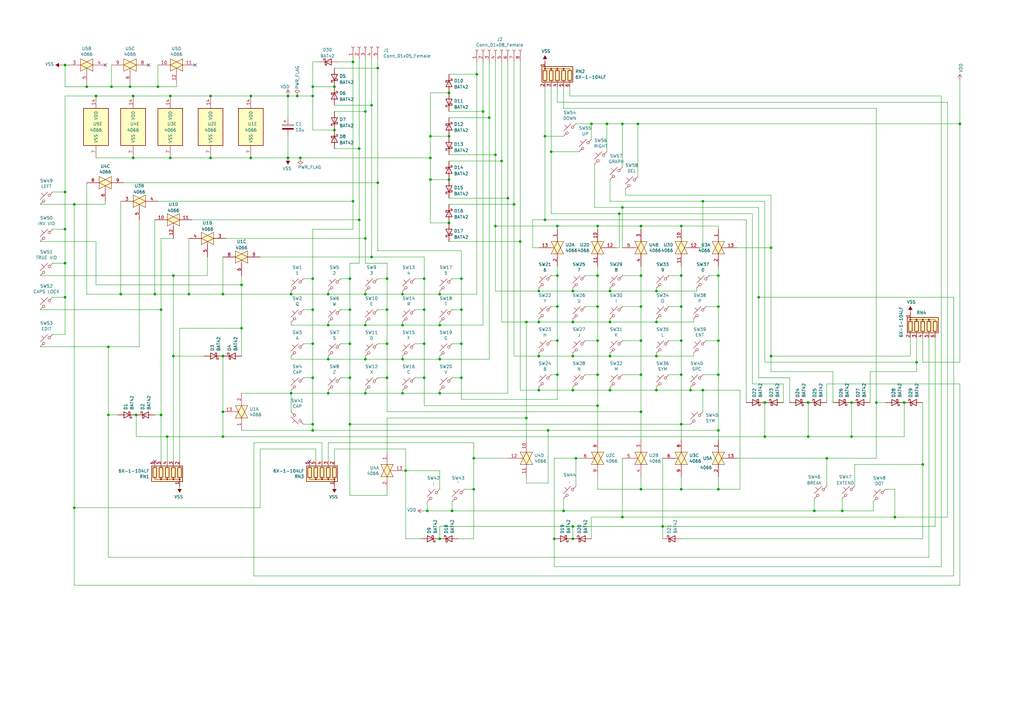
<source format=kicad_sch>
(kicad_sch (version 20231120) (generator "eeschema") (generator_version "8.0")
  (paper "A3")
  (junction (at 49.53 120.65))
  (junction (at 234.95 215.9))
  (junction (at 245.11 92.71))
  (junction (at 91.44 120.65))
  (junction (at 44.45 142.24))
  (junction (at 44.45 170.18))
  (junction (at 223.52 90.17))
  (junction (at 137.16 53.34))
  (junction (at 119.38 161.29))
  (junction (at 255.27 85.09))
  (junction (at 228.6 113.03))
  (junction (at 30.48 83.82))
  (junction (at 134.62 147.32))
  (junction (at 26.67 121.92))
  (junction (at 313.69 165.1))
  (junction (at 184.15 38.1))
  (junction (at 316.23 146.05))
  (junction (at 69.85 39.37))
  (junction (at 294.64 139.7))
  (junction (at 279.4 200.66))
  (junction (at 250.19 160.02))
  (junction (at 245.11 153.67))
  (junction (at 279.4 173.99))
  (junction (at 39.37 39.37))
  (junction (at 128.27 154.94))
  (junction (at 134.62 120.65))
  (junction (at 121.92 39.37))
  (junction (at 99.06 134.62))
  (junction (at 149.86 147.32))
  (junction (at 203.2 92.71))
  (junction (at 271.78 215.9))
  (junction (at 262.89 92.71))
  (junction (at 26.67 78.74))
  (junction (at 55.88 170.18))
  (junction (at 54.61 39.37))
  (junction (at 26.67 93.98))
  (junction (at 220.98 132.08))
  (junction (at 269.24 160.02))
  (junction (at 64.77 35.56))
  (junction (at 234.95 220.98))
  (junction (at 26.67 26.67))
  (junction (at 185.42 209.55))
  (junction (at 261.62 50.8))
  (junction (at 262.89 113.03))
  (junction (at 231.14 209.55))
  (junction (at 228.6 153.67))
  (junction (at 262.89 200.66))
  (junction (at 165.1 120.65))
  (junction (at 331.47 165.1))
  (junction (at 269.24 132.08))
  (junction (at 143.51 114.3))
  (junction (at 128.27 140.97))
  (junction (at 176.53 55.88))
  (junction (at 77.47 120.65))
  (junction (at 227.33 220.98))
  (junction (at 245.11 113.03))
  (junction (at 228.6 139.7))
  (junction (at 180.34 220.98))
  (junction (at 119.38 120.65))
  (junction (at 102.87 64.77))
  (junction (at 349.25 179.07))
  (junction (at 294.64 200.66))
  (junction (at 313.69 179.07))
  (junction (at 254 87.63))
  (junction (at 189.23 114.3))
  (junction (at 262.89 153.67))
  (junction (at 283.21 160.02))
  (junction (at 165.1 133.35))
  (junction (at 294.64 113.03))
  (junction (at 173.99 154.94))
  (junction (at 279.4 92.71))
  (junction (at 128.27 127))
  (junction (at 262.89 139.7))
  (junction (at 128.27 176.53))
  (junction (at 102.87 39.37))
  (junction (at 30.48 208.28))
  (junction (at 180.34 147.32))
  (junction (at 220.98 160.02))
  (junction (at 228.6 92.71))
  (junction (at 215.9 171.45))
  (junction (at 158.75 154.94))
  (junction (at 173.99 127))
  (junction (at 245.11 166.37))
  (junction (at 262.89 168.91))
  (junction (at 180.34 120.65))
  (junction (at 128.27 114.3))
  (junction (at 158.75 127))
  (junction (at 158.75 140.97))
  (junction (at 393.7 50.8))
  (junction (at 123.19 64.77))
  (junction (at 143.51 173.99))
  (junction (at 158.75 114.3))
  (junction (at 208.28 81.28))
  (junction (at 147.32 90.17))
  (junction (at 245.11 139.7))
  (junction (at 152.4 43.18))
  (junction (at 234.95 160.02))
  (junction (at 149.86 120.65))
  (junction (at 223.52 55.88))
  (junction (at 86.36 64.77))
  (junction (at 35.56 35.56))
  (junction (at 339.09 187.96))
  (junction (at 118.11 39.37))
  (junction (at 137.16 35.56))
  (junction (at 279.4 113.03))
  (junction (at 255.27 212.09))
  (junction (at 45.72 35.56))
  (junction (at 143.51 127))
  (junction (at 144.78 25.4))
  (junction (at 269.24 119.38))
  (junction (at 279.4 125.73))
  (junction (at 63.5 120.65))
  (junction (at 54.61 64.77))
  (junction (at 184.15 55.88))
  (junction (at 359.41 165.1))
  (junction (at 176.53 64.77))
  (junction (at 234.95 146.05))
  (junction (at 68.58 179.07))
  (junction (at 288.29 160.02))
  (junction (at 242.57 50.8))
  (junction (at 370.84 165.1))
  (junction (at 331.47 179.07))
  (junction (at 180.34 161.29))
  (junction (at 288.29 82.55))
  (junction (at 189.23 140.97))
  (junction (at 226.06 62.23))
  (junction (at 149.86 97.79))
  (junction (at 316.23 101.6))
  (junction (at 149.86 45.72))
  (junction (at 255.27 50.8))
  (junction (at 91.44 168.91))
  (junction (at 189.23 127))
  (junction (at 144.78 82.55))
  (junction (at 294.64 153.67))
  (junction (at 210.82 83.82))
  (junction (at 173.99 114.3))
  (junction (at 213.36 99.06))
  (junction (at 262.89 125.73))
  (junction (at 99.06 116.84))
  (junction (at 250.19 119.38))
  (junction (at 154.94 27.94))
  (junction (at 86.36 39.37))
  (junction (at 234.95 132.08))
  (junction (at 250.19 132.08))
  (junction (at 250.19 146.05))
  (junction (at 269.24 146.05))
  (junction (at 189.23 154.94))
  (junction (at 220.98 119.38))
  (junction (at 200.66 48.26))
  (junction (at 66.04 170.18))
  (junction (at 134.62 161.29))
  (junction (at 176.53 73.66))
  (junction (at 147.32 60.96))
  (junction (at 149.86 133.35))
  (junction (at 215.9 132.08))
  (junction (at 180.34 133.35))
  (junction (at 66.04 127))
  (junction (at 294.64 176.53))
  (junction (at 152.4 105.41))
  (junction (at 128.27 39.37))
  (junction (at 128.27 173.99))
  (junction (at 248.92 50.8))
  (junction (at 165.1 147.32))
  (junction (at 91.44 146.05))
  (junction (at 184.15 73.66))
  (junction (at 245.11 125.73))
  (junction (at 165.1 161.29))
  (junction (at 69.85 64.77))
  (junction (at 311.15 121.92))
  (junction (at 198.12 45.72))
  (junction (at 375.92 148.59))
  (junction (at 220.98 146.05))
  (junction (at 26.67 107.95))
  (junction (at 166.37 193.04))
  (junction (at 236.22 187.96))
  (junction (at 378.46 190.5))
  (junction (at 154.94 74.93))
  (junction (at 234.95 119.38))
  (junction (at 173.99 140.97))
  (junction (at 334.01 209.55))
  (junction (at 367.03 212.09))
  (junction (at 345.44 209.55))
  (junction (at 194.31 200.66))
  (junction (at 134.62 133.35))
  (junction (at 184.15 91.44))
  (junction (at 149.86 161.29))
  (junction (at 194.31 187.96))
  (junction (at 71.12 146.05))
  (junction (at 294.64 125.73))
  (junction (at 279.4 153.67))
  (junction (at 143.51 140.97))
  (junction (at 128.27 35.56))
  (junction (at 205.74 66.04))
  (junction (at 71.12 113.03))
  (junction (at 203.2 63.5))
  (junction (at 279.4 139.7))
  (junction (at 228.6 125.73))
  (junction (at 349.25 165.1))
  (junction (at 53.34 35.56))
  (junction (at 175.26 209.55))
  (junction (at 118.11 64.77))
  (junction (at 143.51 154.94))
  (junction (at 91.44 179.07))
  (junction (at 224.79 176.53))
  (junction (at 195.58 30.48))
  (no_connect (at 127 189.23))
  (no_connect (at 63.5 189.23))
  (no_connect (at 80.01 26.67))
  (no_connect (at 43.18 26.67))
  (no_connect (at 60.96 26.67))
  (wire (pts (xy 128.27 173.99) (xy 124.46 173.99)))
  (wire (pts (xy 256.54 80.01) (xy 316.23 80.01)))
  (wire (pts (xy 147.32 107.95) (xy 143.51 107.95)))
  (wire (pts (xy 194.31 220.98) (xy 187.96 220.98)))
  (wire (pts (xy 237.49 187.96) (xy 236.22 187.96)))
  (wire (pts (xy 158.75 107.95) (xy 158.75 114.3)))
  (wire (pts (xy 185.42 209.55) (xy 231.14 209.55)))
  (wire (pts (xy 68.58 179.07) (xy 91.44 179.07)))
  (wire (pts (xy 269.24 119.38) (xy 250.19 119.38)))
  (wire (pts (xy 228.6 139.7) (xy 226.06 139.7)))
  (wire (pts (xy 85.09 113.03) (xy 71.12 113.03)))
  (wire (pts (xy 158.75 168.91) (xy 158.75 154.94)))
  (wire (pts (xy 205.74 66.04) (xy 205.74 132.08)))
  (wire (pts (xy 316.23 101.6) (xy 302.26 101.6)))
  (wire (pts (xy 189.23 154.94) (xy 189.23 163.83)))
  (wire (pts (xy 166.37 220.98) (xy 172.72 220.98)))
  (wire (pts (xy 294.64 125.73) (xy 289.56 125.73)))
  (wire (pts (xy 245.11 195.58) (xy 245.11 200.66)))
  (wire (pts (xy 294.64 113.03) (xy 294.64 125.73)))
  (wire (pts (xy 227.33 220.98) (xy 227.33 232.41)))
  (wire (pts (xy 226.06 62.23) (xy 226.06 87.63)))
  (wire (pts (xy 149.86 161.29) (xy 149.86 160.02)))
  (wire (pts (xy 184.15 99.06) (xy 213.36 99.06)))
  (wire (pts (xy 284.48 132.08) (xy 269.24 132.08)))
  (wire (pts (xy 378.46 148.59) (xy 378.46 138.43)))
  (wire (pts (xy 349.25 179.07) (xy 331.47 179.07)))
  (wire (pts (xy 262.89 113.03) (xy 255.27 113.03)))
  (wire (pts (xy 223.52 55.88) (xy 223.52 90.17)))
  (wire (pts (xy 50.8 74.93) (xy 154.94 74.93)))
  (wire (pts (xy 78.74 90.17) (xy 147.32 90.17)))
  (wire (pts (xy 345.44 209.55) (xy 334.01 209.55)))
  (wire (pts (xy 173.99 105.41) (xy 173.99 114.3)))
  (wire (pts (xy 356.87 165.1) (xy 356.87 152.4)))
  (wire (pts (xy 323.85 154.94) (xy 323.85 165.1)))
  (wire (pts (xy 66.04 97.79) (xy 71.12 97.79)))
  (wire (pts (xy 165.1 161.29) (xy 165.1 160.02)))
  (wire (pts (xy 262.89 200.66) (xy 262.89 195.58)))
  (wire (pts (xy 262.89 139.7) (xy 255.27 139.7)))
  (wire (pts (xy 245.11 125.73) (xy 240.03 125.73)))
  (wire (pts (xy 158.75 171.45) (xy 215.9 171.45)))
  (wire (pts (xy 208.28 81.28) (xy 208.28 161.29)))
  (wire (pts (xy 128.27 25.4) (xy 128.27 35.56)))
  (wire (pts (xy 262.89 109.22) (xy 262.89 113.03)))
  (wire (pts (xy 176.53 55.88) (xy 184.15 55.88)))
  (wire (pts (xy 248.92 50.8) (xy 255.27 50.8)))
  (wire (pts (xy 311.15 154.94) (xy 323.85 154.94)))
  (wire (pts (xy 143.51 107.95) (xy 143.51 114.3)))
  (wire (pts (xy 279.4 200.66) (xy 294.64 200.66)))
  (wire (pts (xy 39.37 64.77) (xy 54.61 64.77)))
  (wire (pts (xy 248.92 50.8) (xy 248.92 62.23)))
  (wire (pts (xy 367.03 212.09) (xy 367.03 200.66)))
  (wire (pts (xy 128.27 53.34) (xy 137.16 53.34)))
  (wire (pts (xy 137.16 189.23) (xy 137.16 184.15)))
  (wire (pts (xy 180.34 147.32) (xy 165.1 147.32)))
  (wire (pts (xy 388.62 41.91) (xy 388.62 212.09)))
  (wire (pts (xy 26.67 39.37) (xy 39.37 39.37)))
  (wire (pts (xy 106.68 105.41) (xy 152.4 105.41)))
  (wire (pts (xy 245.11 139.7) (xy 245.11 153.67)))
  (wire (pts (xy 45.72 35.56) (xy 35.56 35.56)))
  (wire (pts (xy 77.47 120.65) (xy 77.47 97.79)))
  (wire (pts (xy 144.78 82.55) (xy 144.78 93.98)))
  (wire (pts (xy 104.14 236.22) (xy 391.16 236.22)))
  (wire (pts (xy 349.25 165.1) (xy 349.25 179.07)))
  (wire (pts (xy 154.94 27.94) (xy 154.94 74.93)))
  (wire (pts (xy 208.28 25.4) (xy 208.28 81.28)))
  (wire (pts (xy 339.09 165.1) (xy 339.09 157.48)))
  (wire (pts (xy 284.48 130.81) (xy 284.48 132.08)))
  (wire (pts (xy 158.75 140.97) (xy 158.75 154.94)))
  (wire (pts (xy 189.23 114.3) (xy 189.23 127)))
  (wire (pts (xy 137.16 43.18) (xy 152.4 43.18)))
  (wire (pts (xy 86.36 64.77) (xy 102.87 64.77)))
  (wire (pts (xy 173.99 127) (xy 170.18 127)))
  (wire (pts (xy 184.15 45.72) (xy 198.12 45.72)))
  (wire (pts (xy 255.27 85.09) (xy 255.27 101.6)))
  (wire (pts (xy 378.46 190.5) (xy 378.46 220.98)))
  (wire (pts (xy 158.75 140.97) (xy 154.94 140.97)))
  (wire (pts (xy 30.48 83.82) (xy 43.18 83.82)))
  (wire (pts (xy 64.77 26.67) (xy 64.77 35.56)))
  (wire (pts (xy 137.16 60.96) (xy 147.32 60.96)))
  (wire (pts (xy 224.79 198.12) (xy 215.9 198.12)))
  (wire (pts (xy 210.82 83.82) (xy 210.82 146.05)))
  (wire (pts (xy 175.26 209.55) (xy 175.26 205.74)))
  (wire (pts (xy 381 138.43) (xy 381 228.6)))
  (wire (pts (xy 350.52 190.5) (xy 378.46 190.5)))
  (wire (pts (xy 185.42 209.55) (xy 185.42 205.74)))
  (wire (pts (xy 294.64 113.03) (xy 290.83 113.03)))
  (wire (pts (xy 154.94 24.13) (xy 154.94 27.94)))
  (wire (pts (xy 250.19 146.05) (xy 234.95 146.05)))
  (wire (pts (xy 176.53 38.1) (xy 176.53 55.88)))
  (wire (pts (xy 250.19 82.55) (xy 250.19 73.66)))
  (wire (pts (xy 184.15 81.28) (xy 208.28 81.28)))
  (wire (pts (xy 334.01 209.55) (xy 334.01 204.47)))
  (wire (pts (xy 134.62 133.35) (xy 134.62 132.08)))
  (wire (pts (xy 158.75 114.3) (xy 158.75 127)))
  (wire (pts (xy 39.37 39.37) (xy 54.61 39.37)))
  (wire (pts (xy 55.88 179.07) (xy 68.58 179.07)))
  (wire (pts (xy 254 87.63) (xy 308.61 87.63)))
  (wire (pts (xy 184.15 48.26) (xy 200.66 48.26)))
  (wire (pts (xy 245.11 153.67) (xy 240.03 153.67)))
  (wire (pts (xy 44.45 142.24) (xy 57.15 142.24)))
  (wire (pts (xy 279.4 113.03) (xy 274.32 113.03)))
  (wire (pts (xy 283.21 173.99) (xy 279.4 173.99)))
  (wire (pts (xy 119.38 168.91) (xy 119.38 161.29)))
  (wire (pts (xy 64.77 35.56) (xy 53.34 35.56)))
  (wire (pts (xy 288.29 82.55) (xy 250.19 82.55)))
  (wire (pts (xy 77.47 120.65) (xy 63.5 120.65)))
  (wire (pts (xy 143.51 127) (xy 139.7 127)))
  (wire (pts (xy 262.89 153.67) (xy 255.27 153.67)))
  (wire (pts (xy 359.41 165.1) (xy 363.22 165.1)))
  (wire (pts (xy 242.57 212.09) (xy 255.27 212.09)))
  (wire (pts (xy 210.82 25.4) (xy 210.82 83.82)))
  (wire (pts (xy 294.64 92.71) (xy 279.4 92.71)))
  (wire (pts (xy 143.51 114.3) (xy 143.51 127)))
  (wire (pts (xy 30.48 208.28) (xy 106.68 208.28)))
  (wire (pts (xy 53.34 35.56) (xy 53.34 34.29)))
  (wire (pts (xy 69.85 39.37) (xy 86.36 39.37)))
  (wire (pts (xy 180.34 215.9) (xy 234.95 215.9)))
  (wire (pts (xy 194.31 200.66) (xy 194.31 220.98)))
  (wire (pts (xy 124.46 114.3) (xy 128.27 114.3)))
  (wire (pts (xy 173.99 166.37) (xy 245.11 166.37)))
  (wire (pts (xy 245.11 125.73) (xy 245.11 139.7)))
  (wire (pts (xy 261.62 50.8) (xy 261.62 72.39)))
  (wire (pts (xy 26.67 93.98) (xy 21.59 93.98)))
  (wire (pts (xy 119.38 147.32) (xy 119.38 146.05)))
  (wire (pts (xy 189.23 163.83) (xy 228.6 163.83)))
  (wire (pts (xy 279.4 125.73) (xy 274.32 125.73)))
  (wire (pts (xy 149.86 161.29) (xy 165.1 161.29)))
  (wire (pts (xy 234.95 160.02) (xy 220.98 160.02)))
  (wire (pts (xy 294.64 195.58) (xy 294.64 200.66)))
  (wire (pts (xy 176.53 38.1) (xy 184.15 38.1)))
  (wire (pts (xy 279.4 109.22) (xy 279.4 113.03)))
  (wire (pts (xy 269.24 132.08) (xy 250.19 132.08)))
  (wire (pts (xy 228.6 125.73) (xy 228.6 139.7)))
  (wire (pts (xy 128.27 176.53) (xy 224.79 176.53)))
  (wire (pts (xy 189.23 140.97) (xy 189.23 154.94)))
  (wire (pts (xy 63.5 120.65) (xy 49.53 120.65)))
  (wire (pts (xy 383.54 215.9) (xy 271.78 215.9)))
  (wire (pts (xy 279.4 200.66) (xy 262.89 200.66)))
  (wire (pts (xy 173.99 114.3) (xy 173.99 127)))
  (wire (pts (xy 189.23 127) (xy 189.23 140.97)))
  (wire (pts (xy 236.22 199.39) (xy 236.22 187.96)))
  (wire (pts (xy 228.6 41.91) (xy 388.62 41.91)))
  (wire (pts (xy 250.19 146.05) (xy 250.19 144.78)))
  (wire (pts (xy 91.44 120.65) (xy 77.47 120.65)))
  (wire (pts (xy 128.27 93.98) (xy 128.27 114.3)))
  (wire (pts (xy 99.06 134.62) (xy 99.06 146.05)))
  (wire (pts (xy 269.24 132.08) (xy 269.24 130.81)))
  (wire (pts (xy 149.86 97.79) (xy 149.86 107.95)))
  (wire (pts (xy 283.21 158.75) (xy 283.21 160.02)))
  (wire (pts (xy 180.34 215.9) (xy 180.34 220.98)))
  (wire (pts (xy 147.32 60.96) (xy 147.32 90.17)))
  (wire (pts (xy 294.64 153.67) (xy 288.29 153.67)))
  (wire (pts (xy 288.29 82.55) (xy 313.69 82.55)))
  (wire (pts (xy 233.68 39.37) (xy 386.08 39.37)))
  (wire (pts (xy 269.24 119.38) (xy 269.24 118.11)))
  (wire (pts (xy 269.24 146.05) (xy 269.24 144.78)))
  (wire (pts (xy 165.1 120.65) (xy 149.86 120.65)))
  (wire (pts (xy 143.51 173.99) (xy 143.51 154.94)))
  (wire (pts (xy 128.27 39.37) (xy 128.27 53.34)))
  (wire (pts (xy 391.16 121.92) (xy 311.15 121.92)))
  (wire (pts (xy 49.53 120.65) (xy 49.53 82.55)))
  (wire (pts (xy 173.99 154.94) (xy 170.18 154.94)))
  (wire (pts (xy 64.77 35.56) (xy 72.39 35.56)))
  (wire (pts (xy 132.08 189.23) (xy 132.08 181.61)))
  (wire (pts (xy 245.11 166.37) (xy 245.11 180.34)))
  (wire (pts (xy 294.64 125.73) (xy 294.64 139.7)))
  (wire (pts (xy 383.54 138.43) (xy 383.54 215.9)))
  (wire (pts (xy 279.4 92.71) (xy 262.89 92.71)))
  (wire (pts (xy 190.5 200.66) (xy 194.31 200.66)))
  (wire (pts (xy 104.14 181.61) (xy 104.14 236.22)))
  (wire (pts (xy 228.6 125.73) (xy 226.06 125.73)))
  (wire (pts (xy 180.34 161.29) (xy 208.28 161.29)))
  (wire (pts (xy 250.19 160.02) (xy 269.24 160.02)))
  (wire (pts (xy 220.98 146.05) (xy 220.98 144.78)))
  (wire (pts (xy 143.51 140.97) (xy 139.7 140.97)))
  (wire (pts (xy 118.11 39.37) (xy 102.87 39.37)))
  (wire (pts (xy 308.61 87.63) (xy 308.61 157.48)))
  (wire (pts (xy 358.14 205.74) (xy 358.14 209.55)))
  (wire (pts (xy 143.51 154.94) (xy 139.7 154.94)))
  (wire (pts (xy 231.14 209.55) (xy 334.01 209.55)))
  (wire (pts (xy 143.51 173.99) (xy 279.4 173.99)))
  (wire (pts (xy 44.45 170.18) (xy 48.26 170.18)))
  (wire (pts (xy 91.44 179.07) (xy 313.69 179.07)))
  (wire (pts (xy 45.72 26.67) (xy 45.72 35.56)))
  (wire (pts (xy 49.53 120.65) (xy 35.56 120.65)))
  (wire (pts (xy 91.44 146.05) (xy 91.44 168.91)))
  (wire (pts (xy 200.66 25.4) (xy 200.66 48.26)))
  (wire (pts (xy 91.44 105.41) (xy 91.44 120.65)))
  (wire (pts (xy 165.1 120.65) (xy 165.1 119.38)))
  (wire (pts (xy 294.64 93.98) (xy 294.64 92.71)))
  (wire (pts (xy 242.57 50.8) (xy 248.92 50.8)))
  (wire (pts (xy 223.52 90.17) (xy 306.07 90.17)))
  (wire (pts (xy 208.28 187.96) (xy 194.31 187.96)))
  (wire (pts (xy 205.74 132.08) (xy 215.9 132.08)))
  (wire (pts (xy 71.12 189.23) (xy 71.12 146.05)))
  (wire (pts (xy 26.67 107.95) (xy 21.59 107.95)))
  (wire (pts (xy 143.51 173.99) (xy 143.51 203.2)))
  (wire (pts (xy 234.95 160.02) (xy 234.95 158.75)))
  (wire (pts (xy 166.37 184.15) (xy 166.37 193.04)))
  (wire (pts (xy 180.34 146.05) (xy 180.34 147.32)))
  (wire (pts (xy 279.4 113.03) (xy 279.4 125.73)))
  (wire (pts (xy 128.27 127) (xy 128.27 140.97)))
  (wire (pts (xy 26.67 35.56) (xy 35.56 35.56)))
  (wire (pts (xy 39.37 99.06) (xy 39.37 116.84)))
  (wire (pts (xy 72.39 35.56) (xy 72.39 34.29)))
  (wire (pts (xy 341.63 152.4) (xy 341.63 165.1)))
  (wire (pts (xy 184.15 83.82) (xy 210.82 83.82)))
  (wire (pts (xy 180.34 160.02) (xy 180.34 161.29)))
  (wire (pts (xy 198.12 25.4) (xy 198.12 45.72)))
  (wire (pts (xy 303.53 160.02) (xy 303.53 200.66)))
  (wire (pts (xy 144.78 24.13) (xy 144.78 25.4)))
  (wire (pts (xy 370.84 179.07) (xy 349.25 179.07)))
  (wire (pts (xy 152.4 24.13) (xy 152.4 43.18)))
  (wire (pts (xy 26.67 78.74) (xy 21.59 78.74)))
  (wire (pts (xy 339.09 187.96) (xy 359.41 187.96)))
  (wire (pts (xy 63.5 120.65) (xy 63.5 90.17)))
  (wire (pts (xy 228.6 139.7) (xy 228.6 153.67)))
  (wire (pts (xy 228.6 153.67) (xy 226.06 153.67)))
  (wire (pts (xy 134.62 120.65) (xy 119.38 120.65)))
  (wire (pts (xy 44.45 228.6) (xy 381 228.6)))
  (wire (pts (xy 129.54 184.15) (xy 129.54 189.23)))
  (wire (pts (xy 173.99 127) (xy 173.99 140.97)))
  (wire (pts (xy 139.7 114.3) (xy 143.51 114.3)))
  (wire (pts (xy 243.84 67.31) (xy 243.84 85.09)))
  (wire (pts (xy 262.89 153.67) (xy 262.89 168.91)))
  (wire (pts (xy 288.29 101.6) (xy 287.02 101.6)))
  (wire (pts (xy 262.89 92.71) (xy 262.89 93.98)))
  (wire (pts (xy 16.51 142.24) (xy 44.45 142.24)))
  (wire (pts (xy 195.58 25.4) (xy 195.58 30.48)))
  (wire (pts (xy 245.11 113.03) (xy 240.03 113.03)))
  (wire (pts (xy 234.95 160.02) (xy 250.19 160.02)))
  (wire (pts (xy 233.68 35.56) (xy 233.68 39.37)))
  (wire (pts (xy 165.1 147.32) (xy 149.86 147.32)))
  (wire (pts (xy 149.86 120.65) (xy 134.62 120.65)))
  (wire (pts (xy 180.34 147.32) (xy 200.66 147.32)))
  (wire (pts (xy 313.69 82.55) (xy 313.69 148.59)))
  (wire (pts (xy 176.53 73.66) (xy 176.53 91.44)))
  (wire (pts (xy 262.89 125.73) (xy 255.27 125.73)))
  (wire (pts (xy 255.27 50.8) (xy 261.62 50.8)))
  (wire (pts (xy 262.89 139.7) (xy 262.89 153.67)))
  (wire (pts (xy 236.22 50.8) (xy 242.57 50.8)))
  (wire (pts (xy 271.78 187.96) (xy 271.78 215.9)))
  (wire (pts (xy 218.44 101.6) (xy 220.98 101.6)))
  (wire (pts (xy 288.29 82.55) (xy 288.29 101.6)))
  (wire (pts (xy 391.16 121.92) (xy 391.16 236.22)))
  (wire (pts (xy 128.27 154.94) (xy 124.46 154.94)))
  (wire (pts (xy 306.07 90.17) (xy 306.07 165.1)))
  (wire (pts (xy 245.11 113.03) (xy 245.11 125.73)))
  (wire (pts (xy 143.51 203.2) (xy 158.75 203.2)))
  (wire (pts (xy 288.29 168.91) (xy 288.29 160.02)))
  (wire (pts (xy 173.99 140.97) (xy 173.99 154.94)))
  (wire (pts (xy 158.75 154.94) (xy 154.94 154.94)))
  (wire (pts (xy 200.66 48.26) (xy 200.66 147.32)))
  (wire (pts (xy 30.48 83.82) (xy 30.48 208.28)))
  (wire (pts (xy 71.12 113.03) (xy 16.51 113.03)))
  (wire (pts (xy 43.18 83.82) (xy 43.18 82.55)))
  (wire (pts (xy 165.1 147.32) (xy 165.1 146.05)))
  (wire (pts (xy 255.27 212.09) (xy 367.03 212.09)))
  (wire (pts (xy 303.53 160.02) (xy 288.29 160.02)))
  (wire (pts (xy 294.64 153.67) (xy 294.64 176.53)))
  (wire (pts (xy 215.9 171.45) (xy 215.9 132.08)))
  (wire (pts (xy 154.94 102.87) (xy 189.23 102.87)))
  (wire (pts (xy 44.45 170.18) (xy 44.45 228.6)))
  (wire (pts (xy 118.11 55.88) (xy 118.11 64.77)))
  (wire (pts (xy 54.61 64.77) (xy 69.85 64.77)))
  (wire (pts (xy 393.7 33.02) (xy 393.7 50.8)))
  (wire (pts (xy 262.89 125.73) (xy 262.89 139.7)))
  (wire (pts (xy 203.2 63.5) (xy 203.2 92.71)))
  (wire (pts (xy 245.11 92.71) (xy 245.11 93.98)))
  (wire (pts (xy 137.16 184.15) (xy 166.37 184.15)))
  (wire (pts (xy 215.9 198.12) (xy 215.9 195.58)))
  (wire (pts (xy 213.36 99.06) (xy 213.36 160.02)))
  (wire (pts (xy 176.53 91.44) (xy 184.15 91.44)))
  (wire (pts (xy 128.27 35.56) (xy 128.27 39.37)))
  (wire (pts (xy 228.6 113.03) (xy 228.6 125.73)))
  (wire (pts (xy 261.62 50.8) (xy 393.7 50.8)))
  (wire (pts (xy 92.71 97.79) (xy 149.86 97.79)))
  (wire (pts (xy 215.9 171.45) (xy 215.9 180.34)))
  (wire (pts (xy 308.61 157.48) (xy 321.31 157.48)))
  (wire (pts (xy 173.99 166.37) (xy 173.99 154.94)))
  (wire (pts (xy 226.06 87.63) (xy 254 87.63)))
  (wire (pts (xy 119.38 120.65) (xy 91.44 120.65)))
  (wire (pts (xy 71.12 146.05) (xy 83.82 146.05)))
  (wire (pts (xy 303.53 200.66) (xy 294.64 200.66)))
  (wire (pts (xy 321.31 157.48) (xy 321.31 165.1)))
  (wire (pts (xy 316.23 146.05) (xy 316.23 152.4)))
  (wire (pts (xy 149.86 24.13) (xy 149.86 45.72)))
  (wire (pts (xy 26.67 107.95) (xy 26.67 93.98)))
  (wire (pts (xy 313.69 148.59) (xy 375.92 148.59)))
  (wire (pts (xy 279.4 139.7) (xy 279.4 153.67)))
  (wire (pts (xy 345.44 209.55) (xy 345.44 204.47)))
  (wire (pts (xy 203.2 119.38) (xy 220.98 119.38)))
  (wire (pts (xy 66.04 170.18) (xy 66.04 189.23)))
  (wire (pts (xy 279.4 92.71) (xy 279.4 93.98)))
  (wire (pts (xy 279.4 139.7) (xy 274.32 139.7)))
  (wire (pts (xy 245.11 92.71) (xy 228.6 92.71)))
  (wire (pts (xy 134.62 147.32) (xy 119.38 147.32)))
  (wire (pts (xy 386.08 39.37) (xy 386.08 232.41)))
  (wire (pts (xy 176.53 64.77) (xy 176.53 73.66)))
  (wire (pts (xy 285.75 119.38) (xy 269.24 119.38)))
  (wire (pts (xy 147.32 90.17) (xy 147.32 107.95)))
  (wire (pts (xy 279.4 173.99) (xy 279.4 180.34)))
  (wire (pts (xy 102.87 64.77) (xy 118.11 64.77)))
  (wire (pts (xy 16.51 83.82) (xy 30.48 83.82)))
  (wire (pts (xy 378.46 165.1) (xy 378.46 190.5)))
  (wire (pts (xy 311.15 85.09) (xy 311.15 121.92)))
  (wire (pts (xy 128.27 127) (xy 124.46 127)))
  (wire (pts (xy 269.24 146.05) (xy 250.19 146.05)))
  (wire (pts (xy 121.92 39.37) (xy 118.11 39.37)))
  (wire (pts (xy 331.47 179.07) (xy 313.69 179.07)))
  (wire (pts (xy 255.27 187.96) (xy 255.27 212.09)))
  (wire (pts (xy 184.15 63.5) (xy 203.2 63.5)))
  (wire (pts (xy 367.03 212.09) (xy 388.62 212.09)))
  (wire (pts (xy 288.29 160.02) (xy 283.21 160.02)))
  (wire (pts (xy 224.79 176.53) (xy 294.64 176.53)))
  (wire (pts (xy 130.81 25.4) (xy 128.27 25.4)))
  (wire (pts (xy 203.2 92.71) (xy 203.2 119.38)))
  (wire (pts (xy 234.95 146.05) (xy 220.98 146.05)))
  (wire (pts (xy 285.75 118.11) (xy 285.75 119.38)))
  (wire (pts (xy 375.92 148.59) (xy 375.92 152.4)))
  (wire (pts (xy 284.48 146.05) (xy 269.24 146.05)))
  (wire (pts (xy 302.26 187.96) (xy 339.09 187.96)))
  (wire (pts (xy 227.33 187.96) (xy 227.33 220.98)))
  (wire (pts (xy 55.88 170.18) (xy 55.88 179.07)))
  (wire (pts (xy 316.23 152.4) (xy 341.63 152.4)))
  (wire (pts (xy 294.64 109.22) (xy 294.64 113.03)))
  (wire (pts (xy 180.34 133.35) (xy 198.12 133.35)))
  (wire (pts (xy 215.9 132.08) (xy 220.98 132.08)))
  (wire (pts (xy 237.49 62.23) (xy 226.06 62.23)))
  (wire (pts (xy 313.69 165.1) (xy 313.69 179.07)))
  (wire (pts (xy 149.86 133.35) (xy 134.62 133.35)))
  (wire (pts (xy 269.24 160.02) (xy 269.24 158.75)))
  (wire (pts (xy 358.14 209.55) (xy 345.44 209.55)))
  (wire (pts (xy 234.95 146.05) (xy 234.95 144.78)))
  (wire (pts (xy 331.47 165.1) (xy 331.47 179.07)))
  (wire (pts (xy 234.95 215.9) (xy 234.95 220.98)))
  (wire (pts (xy 316.23 101.6) (xy 316.23 146.05)))
  (wire (pts (xy 279.4 125.73) (xy 279.4 139.7)))
  (wire (pts (xy 85.09 105.41) (xy 85.09 113.03)))
  (wire (pts (xy 149.86 161.29) (xy 134.62 161.29)))
  (wire (pts (xy 118.11 48.26) (xy 118.11 39.37)))
  (wire (pts (xy 223.52 35.56) (xy 223.52 55.88)))
  (wire (pts (xy 158.75 127) (xy 154.94 127)))
  (wire (pts (xy 356.87 152.4) (xy 375.92 152.4)))
  (wire (pts (xy 218.44 90.17) (xy 218.44 101.6)))
  (wire (pts (xy 134.62 120.65) (xy 134.62 119.38)))
  (wire (pts (xy 165.1 133.35) (xy 149.86 133.35)))
  (wire (pts (xy 359.41 165.1) (xy 359.41 187.96)))
  (wire (pts (xy 243.84 85.09) (xy 255.27 85.09)))
  (wire (pts (xy 128.27 140.97) (xy 124.46 140.97)))
  (wire (pts (xy 311.15 121.92) (xy 311.15 154.94)))
  (wire (pts (xy 210.82 146.05) (xy 220.98 146.05)))
  (wire (pts (xy 294.64 139.7) (xy 294.64 153.67)))
  (wire (pts (xy 378.46 220.98) (xy 279.4 220.98)))
  (wire (pts (xy 228.6 92.71) (xy 228.6 93.98)))
  (wire (pts (xy 173.99 209.55) (xy 175.26 209.55)))
  (wire (pts (xy 152.4 43.18) (xy 152.4 105.41)))
  (wire (pts (xy 250.19 119.38) (xy 250.19 118.11)))
  (wire (pts (xy 185.42 114.3) (xy 189.23 114.3)))
  (wire (pts (xy 66.04 127) (xy 66.04 170.18)))
  (wire (pts (xy 294.64 139.7) (xy 289.56 139.7)))
  (wire (pts (xy 242.57 212.09) (xy 242.57 220.98)))
  (wire (pts (xy 166.37 193.04) (xy 166.37 220.98)))
  (wire (pts (xy 26.67 137.16) (xy 26.67 121.92)))
  (wire (pts (xy 99.06 176.53) (xy 128.27 176.53)))
  (wire (pts (xy 158.75 127) (xy 158.75 140.97)))
  (wire (pts (xy 123.19 64.77) (xy 176.53 64.77)))
  (wire (pts (xy 26.67 26.67) (xy 26.67 35.56)))
  (wire (pts (xy 149.86 45.72) (xy 149.86 97.79)))
  (wire (pts (xy 339.09 157.48) (xy 393.7 157.48)))
  (wire (pts (xy 316.23 146.05) (xy 373.38 146.05)))
  (wire (pts (xy 154.94 74.93) (xy 154.94 102.87)))
  (wire (pts (xy 143.51 140.97) (xy 143.51 154.94)))
  (wire (pts (xy 35.56 35.56) (xy 35.56 34.29)))
  (wire (pts (xy 149.86 147.32) (xy 149.86 146.05)))
  (wire (pts (xy 54.61 39.37) (xy 69.85 39.37)))
  (wire (pts (xy 119.38 161.29) (xy 119.38 160.02)))
  (wire (pts (xy 256.54 77.47) (xy 256.54 80.01)))
  (wire (pts (xy 234.95 119.38) (xy 220.98 119.38)))
  (wire (pts (xy 255.27 50.8) (xy 255.27 68.58)))
  (wire (pts (xy 245.11 139.7) (xy 240.03 139.7)))
  (wire (pts (xy 350.52 199.39) (xy 350.52 190.5)))
  (wire (pts (xy 158.75 203.2) (xy 158.75 200.66)))
  (wire (pts (xy 231.14 35.56) (xy 231.14 44.45)))
  (wire (pts (xy 218.44 90.17) (xy 223.52 90.17)))
  (wire (pts (xy 284.48 144.78) (xy 284.48 146.05)))
  (wire (pts (xy 180.34 119.38) (xy 180.34 120.65)))
  (wire (pts (xy 144.78 25.4) (xy 144.78 82.55)))
  (wire (pts (xy 149.86 107.95) (xy 158.75 107.95)))
  (wire (pts (xy 166.37 193.04) (xy 180.34 193.04)))
  (wire (pts (xy 119.38 161.29) (xy 134.62 161.29)))
  (wire (pts (xy 66.04 127) (xy 66.04 97.79)))
  (wire (pts (xy 180.34 132.08) (xy 180.34 133.35)))
  (wire (pts (xy 250.19 160.02) (xy 250.19 158.75)))
  (wire (pts (xy 158.75 185.42) (xy 158.75 171.45)))
  (wire (pts (xy 137.16 45.72) (xy 149.86 45.72)))
  (wire (pts (xy 149.86 147.32) (xy 134.62 147.32)))
  (wire (pts (xy 189.23 127) (xy 185.42 127)))
  (wire (pts (xy 68.58 189.23) (xy 68.58 179.07)))
  (wire (pts (xy 30.48 208.28) (xy 30.48 240.03)))
  (wire (pts (xy 134.62 161.29) (xy 134.62 160.02)))
  (wire (pts (xy 154.94 114.3) (xy 158.75 114.3)))
  (wire (pts (xy 73.66 134.62) (xy 99.06 134.62)))
  (wire (pts (xy 220.98 119.38) (xy 220.98 118.11)))
  (wire (pts (xy 27.94 26.67) (xy 26.67 26.67)))
  (wire (pts (xy 99.06 161.29) (xy 119.38 161.29)))
  (wire (pts (xy 194.31 187.96) (xy 194.31 181.61)))
  (wire (pts (xy 228.6 35.56) (xy 228.6 41.91)))
  (wire (pts (xy 149.86 120.65) (xy 149.86 119.38)))
  (wire (pts (xy 138.43 25.4) (xy 144.78 25.4)))
  (wire (pts (xy 262.89 92.71) (xy 245.11 92.71)))
  (wire (pts (xy 143.51 127) (xy 143.51 140.97)))
  (wire (pts (xy 180.34 120.65) (xy 165.1 120.65)))
  (wire (pts (xy 137.16 27.94) (xy 154.94 27.94)))
  (wire (pts (xy 262.89 168.91) (xy 262.89 180.34)))
  (wire (pts (xy 35.56 120.65) (xy 35.56 74.93)))
  (wire (pts (xy 26.67 78.74) (xy 26.67 39.37)))
  (wire (pts (xy 128.27 140.97) (xy 128.27 154.94)))
  (wire (pts (xy 45.72 35.56) (xy 53.34 35.56)))
  (wire (pts (xy 69.85 64.77) (xy 86.36 64.77)))
  (wire (pts (xy 220.98 132.08) (xy 220.98 130.81)))
  (wire (pts (xy 149.86 133.35) (xy 149.86 132.08)))
  (wire (pts (xy 180.34 133.35) (xy 165.1 133.35)))
  (wire (pts (xy 184.15 66.04) (xy 205.74 66.04)))
  (wire (pts (xy 393.7 50.8) (xy 393.7 148.59)))
  (wire (pts (xy 176.53 55.88) (xy 176.53 64.77)))
  (wire (pts (xy 234.95 215.9) (xy 271.78 215.9)))
  (wire (pts (xy 30.48 240.03) (xy 393.7 240.03)))
  (wire (pts (xy 128.27 173.99) (xy 128.27 176.53)))
  (wire (pts (xy 375.92 148.59) (xy 375.92 138.43)))
  (wire (pts (xy 234.95 132.08) (xy 234.95 130.81)))
  (wire (pts (xy 44.45 142.24) (xy 44.45 170.18)))
  (wire (pts (xy 203.2 25.4) (xy 203.2 63.5)))
  (wire (pts (xy 203.2 92.71) (xy 228.6 92.71)))
  (wire (pts (xy 205.74 25.4) (xy 205.74 66.04)))
  (wire (pts (xy 283.21 160.02) (xy 269.24 160.02)))
  (wire (pts (xy 144.78 93.98) (xy 128.27 93.98)))
  (wire (pts (xy 359.41 44.45) (xy 359.41 165.1)))
  (wire (pts (xy 198.12 45.72) (xy 198.12 133.35)))
  (wire (pts (xy 119.38 133.35) (xy 119.38 132.08)))
  (wire (pts (xy 367.03 200.66) (xy 363.22 200.66)))
  (wire (pts (xy 234.95 132.08) (xy 220.98 132.08)))
  (wire (pts (xy 134.62 181.61) (xy 134.62 189.23)))
  (wire (pts (xy 134.62 147.32) (xy 134.62 146.05)))
  (wire (pts (xy 26.67 121.92) (xy 26.67 107.95)))
  (wire (pts (xy 165.1 161.29) (xy 180.34 161.29)))
  (wire (pts (xy 71.12 113.03) (xy 71.12 146.05)))
  (wire (pts (xy 236.22 187.96) (xy 227.33 187.96)))
  (wire (pts (xy 173.99 140.97) (xy 170.18 140.97)))
  (wire (pts (xy 195.58 30.48) (xy 195.58 120.65)))
  (wire (pts (xy 26.67 78.74) (xy 26.67 93.98)))
  (wire (pts (xy 128.27 114.3) (xy 128.27 127)))
  (wire (pts (xy 128.27 39.37) (xy 121.92 39.37)))
  (wire (pts (xy 128.27 35.56) (xy 137.16 35.56)))
  (wire (pts (xy 279.4 153.67) (xy 274.32 153.67)))
  (wire (pts (xy 73.66 189.23) (xy 73.66 134.62)))
  (wire (pts (xy 294.64 176.53) (xy 294.64 180.34)))
  (wire (pts (xy 254 101.6) (xy 252.73 101.6)))
  (wire (pts (xy 180.34 120.65) (xy 195.58 120.65)))
  (wire (pts (xy 220.98 160.02) (xy 220.98 158.75)))
  (wire (pts (xy 255.27 85.09) (xy 311.15 85.09)))
  (wire (pts (xy 231.14 44.45) (xy 359.41 44.45)))
  (wire (pts (xy 227.33 232.41) (xy 386.08 232.41)))
  (wire (pts (xy 316.23 80.01) (xy 316.23 101.6)))
  (wire (pts (xy 271.78 215.9) (xy 271.78 220.98)))
  (wire (pts (xy 231.14 204.47) (xy 231.14 209.55)))
  (wire (pts (xy 242.57 50.8) (xy 242.57 57.15)))
  (wire (pts (xy 134.62 133.35) (xy 119.38 133.35)))
  (wire (pts (xy 152.4 105.41) (xy 173.99 105.41)))
  (wire (pts (xy 91.44 168.91) (xy 91.44 179.07)))
  (wire (pts (xy 26.67 121.92) (xy 21.59 121.92)))
  (wire (pts (xy 213.36 25.4) (xy 213.36 99.06)))
  (wire (pts (xy 250.19 119.38) (xy 234.95 119.38)))
  (wire (pts (xy 25.4 26.67) (xy 26.67 26.67)))
  (wire (pts (xy 57.15 142.24) (xy 57.15 90.17)))
  (wire (pts (xy 99.06 116.84) (xy 99.06 134.62)))
  (wire (pts (xy 220.98 160.02) (xy 213.36 160.02)))
  (wire (pts (xy 279.4 153.67) (xy 279.4 173.99)))
  (wire (pts (xy 226.06 35.56) (xy 226.06 62.23)))
  (wire (pts (xy 39.37 116.84) (xy 99.06 116.84)))
  (wire (pts (xy 118.11 64.77) (xy 123.19 64.77)))
  (wire (pts (xy 132.08 181.61) (xy 104.14 181.61)))
  (wire (pts (xy 245.11 153.67) (xy 245.11 166.37)))
  (wire (pts (xy 106.68 208.28) (xy 106.68 184.15)))
  (wire (pts (xy 228.6 113.03) (xy 226.06 113.03)))
  (wire (pts (xy 231.14 55.88) (xy 223.52 55.88)))
  (wire (pts (xy 370.84 165.1) (xy 370.84 179.07)))
  (wire (pts (xy 189.23 102.87) (xy 189.23 114.3)))
  (wire (pts (xy 189.23 140.97) (xy 185.42 140.97)))
  (wire (pts (xy 393.7 157.48) (xy 393.7 240.03)))
  (wire (pts (xy 176.53 73.66) (xy 184.15 73.66)))
  (wire (pts (xy 262.89 113.03) (xy 262.89 125.73)))
  (wire (pts (xy 184.15 30.48) (xy 195.58 30.48)))
  (wire (pts (xy 245.11 109.22) (xy 245.11 113.03)))
  (wire (pts (xy 189.23 154.94) (xy 185.42 154.94)))
  (wire (pts (xy 250.19 132.08) (xy 250.19 130.81)))
  (wire (pts (xy 170.18 114.3) (xy 173.99 114.3)))
  (wire (pts (xy 245.11 200.66) (xy 262.89 200.66)))
  (wire (pts (xy 39.37 99.06) (xy 16.51 99.06)))
  (wire (pts (xy 99.06 113.03) (xy 99.06 116.84)))
  (wire (pts (xy 106.68 184.15) (xy 129.54 184.15)))
  (wire (pts (xy 86.36 39.37) (xy 102.87 39.37)))
  (wire (pts (xy 373.38 146.05) (xy 373.38 138.43)))
  (wire (pts (xy 165.1 133.35) (xy 165.1 132.08)))
  (wire (pts (xy 228.6 153.67) (xy 228.6 163.83)))
  (wire (pts (xy 158.75 168.91) (xy 262.89 168.91)))
  (wire (pts (xy 185.42 209.55) (xy 175.26 209.55)))
  (wire (pts (xy 66.04 127) (xy 16.51 127)))
  (wire (pts (xy 228.6 109.22) (xy 228.6 113.03)))
  (wire (pts (xy 66.04 170.18) (xy 63.5 170.18)))
  (wire (pts (xy 119.38 120.65) (xy 119.38 119.38)))
  (wire (pts (xy 224.79 176.53) (xy 224.79 198.12)))
  (wire (pts (xy 250.19 132.08) (xy 234.95 132.08)))
  (wire (pts (xy 254 87.63) (xy 254 101.6)))
  (wire (pts (xy 393.7 148.59) (xy 378.46 148.59)))
  (wire (pts (xy 134.62 181.61) (xy 194.31 181.61)))
  (wire (pts (xy 339.09 187.96) (xy 339.09 199.39)))
  (wire (pts (xy 64.77 82.55) (xy 144.78 82.55)))
  (wire (pts (xy 279.4 200.66) (xy 279.4 195.58)))
  (wire (pts (xy 147.32 24.13) (xy 147.32 60.96)))
  (wire (pts (xy 180.34 193.04) (xy 180.34 200.66)))
  (wire (pts (xy 21.59 137.16) (xy 26.67 137.16)))
  (wire (pts (xy 128.27 154.94) (xy 128.27 173.99)))
  (wire (pts (xy 194.31 200.66) (xy 194.31 187.96)))
  (wire (pts (xy 234.95 119.38) (xy 234.95 118.11)))
  (symbol (lib_id "Connector:Conn_01x05_Female") (at 149.86 19.05 90) (unit 1)
    (property "Reference" "J1" (at 157.1752 20.6248 90) (effects (justify right)))
    (property "Value" "Conn_01x05_Female" (at 157.1752 22.9362 90) (effects (justify right)))
    (property "Footprint" "Connector_PinHeader_2.54mm:PinHeader_1x05_P2.54mm_Vertical" (effects (hide yes)))
  )
  (symbol (lib_id "Connector:Conn_01x08_Female") (at 203.2 20.32 90) (unit 1)
    (property "Reference" "J2" (at 204.978 16.129 90))
    (property "Value" "Conn_01x08_Female" (at 204.978 18.4404 90))
    (property "Footprint" "Connector_PinHeader_2.54mm:PinHeader_1x08_P2.54mm_Vertical" (effects (hide yes)))
  )
  (symbol (lib_id "4xxx:4066") (at 99.06 168.91 90) (unit 1)
    (property "Reference" "U1" (at 102.3112 167.7416 90) (effects (justify right)))
    (property "Value" "4066" (at 102.3112 170.053 90) (effects (justify right)))
    (property "Footprint" "Package_DIP:DIP-14_W7.62mm_LongPads" (effects (hide yes)))
    (property "Datasheet" "http://www.ti.com/lit/ds/symlink/cd4066b.pdf" (effects (hide yes)))
  )
  (symbol (lib_id "4xxx:4066") (at 85.09 97.79 0) (mirror x) (unit 2)
    (property "Reference" "U1" (at 85.09 91.44 0))
    (property "Value" "4066" (at 85.09 93.98 0))
    (property "Footprint" "Package_DIP:DIP-14_W7.62mm_LongPads" (effects (hide yes)))
    (property "Datasheet" "http://www.ti.com/lit/ds/symlink/cd4066b.pdf" (effects (hide yes)))
  )
  (symbol (lib_id "4xxx:4066") (at 99.06 105.41 0) (mirror x) (unit 3)
    (property "Reference" "U1" (at 99.06 99.06 0))
    (property "Value" "4066" (at 99.06 101.6 0))
    (property "Footprint" "Package_DIP:DIP-14_W7.62mm_LongPads" (effects (hide yes)))
    (property "Datasheet" "http://www.ti.com/lit/ds/symlink/cd4066b.pdf" (effects (hide yes)))
  )
  (symbol (lib_id "4xxx:4066") (at 71.12 90.17 180) (unit 4)
    (property "Reference" "U1" (at 71.12 83.82 0))
    (property "Value" "4066" (at 71.12 86.36 0))
    (property "Footprint" "Package_DIP:DIP-14_W7.62mm_LongPads" (effects (hide yes)))
    (property "Datasheet" "http://www.ti.com/lit/ds/symlink/cd4066b.pdf" (effects (hide yes)))
  )
  (symbol (lib_id "4xxx:4066") (at 102.87 52.07 0) (unit 5)
    (property "Reference" "U1" (at 101.6 50.8 0) (effects (justify left)))
    (property "Value" "4066" (at 100.33 53.34 0) (effects (justify left)))
    (property "Footprint" "Package_DIP:DIP-14_W7.62mm_LongPads" (effects (hide yes)))
    (property "Datasheet" "http://www.ti.com/lit/ds/symlink/cd4066b.pdf" (effects (hide yes)))
  )
  (symbol (lib_id "4xxx:4066") (at 228.6 101.6 90) (mirror x) (unit 1)
    (property "Reference" "U2" (at 231.8512 100.4316 90) (effects (justify right)))
    (property "Value" "4066" (at 231.8512 102.743 90) (effects (justify right)))
    (property "Footprint" "Package_DIP:DIP-14_W7.62mm_LongPads" (effects (hide yes)))
    (property "Datasheet" "http://www.ti.com/lit/ds/symlink/cd4066b.pdf" (effects (hide yes)))
  )
  (symbol (lib_id "4xxx:4066") (at 262.89 187.96 90) (unit 2)
    (property "Reference" "U2" (at 266.1412 186.7916 90) (effects (justify right)))
    (property "Value" "4066" (at 266.1412 189.103 90) (effects (justify right)))
    (property "Footprint" "Package_DIP:DIP-14_W7.62mm_LongPads" (effects (hide yes)))
    (property "Datasheet" "http://www.ti.com/lit/ds/symlink/cd4066b.pdf" (effects (hide yes)))
  )
  (symbol (lib_id "4xxx:4066") (at 245.11 187.96 90) (mirror x) (unit 3)
    (property "Reference" "U2" (at 248.3612 186.7916 90) (effects (justify right)))
    (property "Value" "4066" (at 248.3612 189.103 90) (effects (justify right)))
    (property "Footprint" "Package_DIP:DIP-14_W7.62mm_LongPads" (effects (hide yes)))
    (property "Datasheet" "http://www.ti.com/lit/ds/symlink/cd4066b.pdf" (effects (hide yes)))
  )
  (symbol (lib_id "4xxx:4066") (at 245.11 101.6 270) (mirror x) (unit 4)
    (property "Reference" "U2" (at 241.8588 100.4316 90) (effects (justify right)))
    (property "Value" "4066" (at 241.8588 102.743 90) (effects (justify right)))
    (property "Footprint" "Package_DIP:DIP-14_W7.62mm_LongPads" (effects (hide yes)))
    (property "Datasheet" "http://www.ti.com/lit/ds/symlink/cd4066b.pdf" (effects (hide yes)))
  )
  (symbol (lib_id "4xxx:4066") (at 86.36 52.07 0) (unit 5)
    (property "Reference" "U2" (at 85.09 50.8 0) (effects (justify left)))
    (property "Value" "4066" (at 83.82 53.34 0) (effects (justify left)))
    (property "Footprint" "Package_DIP:DIP-14_W7.62mm_LongPads" (effects (hide yes)))
    (property "Datasheet" "http://www.ti.com/lit/ds/symlink/cd4066b.pdf" (effects (hide yes)))
  )
  (symbol (lib_id "4xxx:4066") (at 294.64 101.6 270) (unit 1)
    (property "Reference" "U3" (at 291.3888 100.4316 90) (effects (justify right)))
    (property "Value" "4066" (at 291.3888 102.743 90) (effects (justify right)))
    (property "Footprint" "Package_DIP:DIP-14_W7.62mm_LongPads" (effects (hide yes)))
    (property "Datasheet" "http://www.ti.com/lit/ds/symlink/cd4066b.pdf" (effects (hide yes)))
  )
  (symbol (lib_id "4xxx:4066") (at 57.15 82.55 180) (unit 2)
    (property "Reference" "U3" (at 57.15 76.2 0))
    (property "Value" "4066" (at 57.15 78.74 0))
    (property "Footprint" "Package_DIP:DIP-14_W7.62mm_LongPads" (effects (hide yes)))
    (property "Datasheet" "http://www.ti.com/lit/ds/symlink/cd4066b.pdf" (effects (hide yes)))
  )
  (symbol (lib_id "4xxx:4066") (at 279.4 187.96 90) (mirror x) (unit 3)
    (property "Reference" "U3" (at 282.6512 186.7916 90) (effects (justify right)))
    (property "Value" "4066" (at 282.6512 189.103 90) (effects (justify right)))
    (property "Footprint" "Package_DIP:DIP-14_W7.62mm_LongPads" (effects (hide yes)))
    (property "Datasheet" "http://www.ti.com/lit/ds/symlink/cd4066b.pdf" (effects (hide yes)))
  )
  (symbol (lib_id "4xxx:4066") (at 279.4 101.6 270) (mirror x) (unit 4)
    (property "Reference" "U3" (at 276.1488 100.4316 90) (effects (justify right)))
    (property "Value" "4066" (at 276.1488 102.743 90) (effects (justify right)))
    (property "Footprint" "Package_DIP:DIP-14_W7.62mm_LongPads" (effects (hide yes)))
    (property "Datasheet" "http://www.ti.com/lit/ds/symlink/cd4066b.pdf" (effects (hide yes)))
  )
  (symbol (lib_id "4xxx:4066") (at 69.85 52.07 0) (unit 5)
    (property "Reference" "U3" (at 68.58 50.8 0) (effects (justify left)))
    (property "Value" "4066" (at 67.31 53.34 0) (effects (justify left)))
    (property "Footprint" "Package_DIP:DIP-14_W7.62mm_LongPads" (effects (hide yes)))
    (property "Datasheet" "http://www.ti.com/lit/ds/symlink/cd4066b.pdf" (effects (hide yes)))
  )
  (symbol (lib_id "4xxx:4066") (at 158.75 193.04 270) (unit 1)
    (property "Reference" "U4" (at 155.4988 191.8716 90) (effects (justify right)))
    (property "Value" "4066" (at 155.4988 194.183 90) (effects (justify right)))
    (property "Footprint" "Package_DIP:DIP-14_W7.62mm_LongPads" (effects (hide yes)))
    (property "Datasheet" "http://www.ti.com/lit/ds/symlink/cd4066b.pdf" (effects (hide yes)))
  )
  (symbol (lib_id "4xxx:4066") (at 262.89 101.6 90) (unit 2)
    (property "Reference" "U4" (at 266.1412 100.4316 90) (effects (justify right)))
    (property "Value" "4066" (at 266.1412 102.743 90) (effects (justify right)))
    (property "Footprint" "Package_DIP:DIP-14_W7.62mm_LongPads" (effects (hide yes)))
    (property "Datasheet" "http://www.ti.com/lit/ds/symlink/cd4066b.pdf" (effects (hide yes)))
  )
  (symbol (lib_id "4xxx:4066") (at 43.18 74.93 0) (mirror x) (unit 3)
    (property "Reference" "U4" (at 43.18 68.199 0))
    (property "Value" "4066" (at 43.18 70.5104 0))
    (property "Footprint" "Package_DIP:DIP-14_W7.62mm_LongPads" (effects (hide yes)))
    (property "Datasheet" "http://www.ti.com/lit/ds/symlink/cd4066b.pdf" (effects (hide yes)))
  )
  (symbol (lib_id "4xxx:4066") (at 215.9 187.96 90) (unit 4)
    (property "Reference" "U4" (at 219.1512 186.7916 90) (effects (justify right)))
    (property "Value" "4066" (at 219.1512 189.103 90) (effects (justify right)))
    (property "Footprint" "Package_DIP:DIP-14_W7.62mm_LongPads" (effects (hide yes)))
    (property "Datasheet" "http://www.ti.com/lit/ds/symlink/cd4066b.pdf" (effects (hide yes)))
  )
  (symbol (lib_id "4xxx:4066") (at 54.61 52.07 0) (unit 5)
    (property "Reference" "U4" (at 53.34 50.8 0) (effects (justify left)))
    (property "Value" "4066" (at 52.07 53.34 0) (effects (justify left)))
    (property "Footprint" "Package_DIP:DIP-14_W7.62mm_LongPads" (effects (hide yes)))
    (property "Datasheet" "http://www.ti.com/lit/ds/symlink/cd4066b.pdf" (effects (hide yes)))
  )
  (symbol (lib_id "4xxx:4066") (at 294.64 187.96 270) (unit 1)
    (property "Reference" "U5" (at 292.1 187.96 90) (effects (justify right)))
    (property "Value" "4066" (at 292.1 191.77 90) (effects (justify right)))
    (property "Footprint" "Package_DIP:DIP-14_W7.62mm_LongPads" (effects (hide yes)))
    (property "Datasheet" "http://www.ti.com/lit/ds/symlink/cd4066b.pdf" (effects (hide yes)))
  )
  (symbol (lib_id "4xxx:4066") (at 35.56 26.67 180) (unit 2)
    (property "Reference" "U5" (at 35.56 19.939 0))
    (property "Value" "4066" (at 35.56 22.2504 0))
    (property "Footprint" "Package_DIP:DIP-14_W7.62mm_LongPads" (effects (hide yes)))
    (property "Datasheet" "http://www.ti.com/lit/ds/symlink/cd4066b.pdf" (effects (hide yes)))
  )
  (symbol (lib_id "4xxx:4066") (at 53.34 26.67 180) (unit 3)
    (property "Reference" "U5" (at 53.34 19.939 0))
    (property "Value" "4066" (at 53.34 22.2504 0))
    (property "Footprint" "Package_DIP:DIP-14_W7.62mm_LongPads" (effects (hide yes)))
    (property "Datasheet" "http://www.ti.com/lit/ds/symlink/cd4066b.pdf" (effects (hide yes)))
  )
  (symbol (lib_id "4xxx:4066") (at 72.39 26.67 180) (unit 4)
    (property "Reference" "U5" (at 72.39 19.939 0))
    (property "Value" "4066" (at 72.39 22.2504 0))
    (property "Footprint" "Package_DIP:DIP-14_W7.62mm_LongPads" (effects (hide yes)))
    (property "Datasheet" "http://www.ti.com/lit/ds/symlink/cd4066b.pdf" (effects (hide yes)))
  )
  (symbol (lib_id "4xxx:4066") (at 39.37 52.07 0) (unit 5)
    (property "Reference" "U5" (at 38.1 50.8 0) (effects (justify left)))
    (property "Value" "4066" (at 36.83 53.34 0) (effects (justify left)))
    (property "Footprint" "Package_DIP:DIP-14_W7.62mm_LongPads" (effects (hide yes)))
    (property "Datasheet" "http://www.ti.com/lit/ds/symlink/cd4066b.pdf" (effects (hide yes)))
  )
  (symbol (lib_id "Device:R_Network05") (at 68.58 194.31 180) (unit 1)
    (property "Reference" "RN1" (at 61.2648 195.4784 0) (effects (justify left)))
    (property "Value" "6X-1-104LF" (at 61.2648 193.167 0) (effects (justify left)))
    (property "Footprint" "Resistor_THT:R_Array_SIP6" (effects (hide yes)))
    (property "Datasheet" "http://www.vishay.com/docs/31509/csc.pdf" (effects (hide yes)))
  )
  (symbol (lib_id "Device:R_Network05") (at 228.6 30.48 0) (unit 1)
    (property "Reference" "RN2" (at 235.9152 29.3116 0) (effects (justify left)))
    (property "Value" "6X-1-104LF" (at 235.9152 31.623 0) (effects (justify left)))
    (property "Footprint" "Resistor_THT:R_Array_SIP6" (effects (hide yes)))
    (property "Datasheet" "http://www.vishay.com/docs/31509/csc.pdf" (effects (hide yes)))
  )
  (symbol (lib_id "Device:R_Network05") (at 132.08 194.31 180) (unit 1)
    (property "Reference" "RN3" (at 124.7648 195.4784 0) (effects (justify left)))
    (property "Value" "6X-1-104LF" (at 124.7648 193.167 0) (effects (justify left)))
    (property "Footprint" "Resistor_THT:R_Array_SIP6" (effects (hide yes)))
    (property "Datasheet" "http://www.vishay.com/docs/31509/csc.pdf" (effects (hide yes)))
  )
  (symbol (lib_id "Device:R_Network05") (at 378.46 133.35 0) (unit 1)
    (property "Reference" "RN4" (at 375.92 128.27 0) (effects (justify left)))
    (property "Value" "6X-1-104LF" (at 369.57 138.43 90) (effects (justify left)))
    (property "Footprint" "Resistor_THT:R_Array_SIP6" (effects (hide yes)))
    (property "Datasheet" "http://www.vishay.com/docs/31509/csc.pdf" (effects (hide yes)))
  )
  (symbol (lib_id "Switch:SW_Push_45deg") (at 121.92 116.84 0) (mirror y) (unit 1)
    (property "Reference" "SW1" (at 121.92 109.7026 0))
    (property "Value" "1" (at 121.92 112.014 0))
    (property "Footprint" "Button_Switch_Keyboard:SW_Cherry_MX_1.00u_PCB" (effects (hide yes)))
  )
  (symbol (lib_id "Switch:SW_Push_45deg") (at 137.16 116.84 0) (mirror y) (unit 1)
    (property "Reference" "SW5" (at 137.16 109.7026 0))
    (property "Value" "2" (at 137.16 112.014 0))
    (property "Footprint" "Button_Switch_Keyboard:SW_Cherry_MX_1.00u_PCB" (effects (hide yes)))
  )
  (symbol (lib_id "Switch:SW_Push_45deg") (at 152.4 116.84 0) (mirror y) (unit 1)
    (property "Reference" "SW9" (at 152.4 109.7026 0))
    (property "Value" "3" (at 152.4 112.014 0))
    (property "Footprint" "Button_Switch_Keyboard:SW_Cherry_MX_1.00u_PCB" (effects (hide yes)))
  )
  (symbol (lib_id "Switch:SW_Push_45deg") (at 167.64 116.84 0) (mirror y) (unit 1)
    (property "Reference" "SW13" (at 167.64 109.7026 0))
    (property "Value" "4" (at 167.64 112.014 0))
    (property "Footprint" "Button_Switch_Keyboard:SW_Cherry_MX_1.00u_PCB" (effects (hide yes)))
  )
  (symbol (lib_id "Switch:SW_Push_45deg") (at 182.88 116.84 0) (mirror y) (unit 1)
    (property "Reference" "SW17" (at 182.88 109.7026 0))
    (property "Value" "5" (at 182.88 112.014 0))
    (property "Footprint" "Button_Switch_Keyboard:SW_Cherry_MX_1.00u_PCB" (effects (hide yes)))
  )
  (symbol (lib_id "Switch:SW_Push_45deg") (at 121.92 129.54 0) (mirror y) (unit 1)
    (property "Reference" "SW2" (at 121.92 122.4026 0))
    (property "Value" "Q" (at 121.92 124.714 0))
    (property "Footprint" "Button_Switch_Keyboard:SW_Cherry_MX_1.00u_PCB" (effects (hide yes)))
  )
  (symbol (lib_id "Switch:SW_Push_45deg") (at 137.16 129.54 0) (mirror y) (unit 1)
    (property "Reference" "SW6" (at 137.16 122.4026 0))
    (property "Value" "W" (at 137.16 124.714 0))
    (property "Footprint" "Button_Switch_Keyboard:SW_Cherry_MX_1.00u_PCB" (effects (hide yes)))
  )
  (symbol (lib_id "Switch:SW_Push_45deg") (at 152.4 129.54 0) (mirror y) (unit 1)
    (property "Reference" "SW10" (at 152.4 122.4026 0))
    (property "Value" "E" (at 152.4 124.714 0))
    (property "Footprint" "Button_Switch_Keyboard:SW_Cherry_MX_1.00u_PCB" (effects (hide yes)))
  )
  (symbol (lib_id "Switch:SW_Push_45deg") (at 167.64 129.54 0) (mirror y) (unit 1)
    (property "Reference" "SW14" (at 167.64 122.4026 0))
    (property "Value" "R" (at 167.64 124.714 0))
    (property "Footprint" "Button_Switch_Keyboard:SW_Cherry_MX_1.00u_PCB" (effects (hide yes)))
  )
  (symbol (lib_id "Switch:SW_Push_45deg") (at 182.88 129.54 0) (mirror y) (unit 1)
    (property "Reference" "SW18" (at 182.88 122.4026 0))
    (property "Value" "T" (at 182.88 124.714 0))
    (property "Footprint" "Button_Switch_Keyboard:SW_Cherry_MX_1.00u_PCB" (effects (hide yes)))
  )
  (symbol (lib_id "Switch:SW_Push_45deg") (at 121.92 143.51 0) (mirror y) (unit 1)
    (property "Reference" "SW3" (at 121.92 136.3726 0))
    (property "Value" "A" (at 121.92 138.684 0))
    (property "Footprint" "Button_Switch_Keyboard:SW_Cherry_MX_1.00u_PCB" (effects (hide yes)))
  )
  (symbol (lib_id "Switch:SW_Push_45deg") (at 137.16 143.51 0) (mirror y) (unit 1)
    (property "Reference" "SW7" (at 137.16 136.3726 0))
    (property "Value" "S" (at 137.16 138.684 0))
    (property "Footprint" "Button_Switch_Keyboard:SW_Cherry_MX_1.00u_PCB" (effects (hide yes)))
  )
  (symbol (lib_id "Switch:SW_Push_45deg") (at 152.4 143.51 0) (mirror y) (unit 1)
    (property "Reference" "SW11" (at 152.4 136.3726 0))
    (property "Value" "D" (at 152.4 138.684 0))
    (property "Footprint" "Button_Switch_Keyboard:SW_Cherry_MX_1.00u_PCB" (effects (hide yes)))
  )
  (symbol (lib_id "Switch:SW_Push_45deg") (at 167.64 143.51 0) (mirror y) (unit 1)
    (property "Reference" "SW15" (at 167.64 136.3726 0))
    (property "Value" "F" (at 167.64 138.684 0))
    (property "Footprint" "Button_Switch_Keyboard:SW_Cherry_MX_1.00u_PCB" (effects (hide yes)))
  )
  (symbol (lib_id "Switch:SW_Push_45deg") (at 182.88 143.51 0) (mirror y) (unit 1)
    (property "Reference" "SW19" (at 182.88 136.3726 0))
    (property "Value" "G" (at 182.88 138.684 0))
    (property "Footprint" "Button_Switch_Keyboard:SW_Cherry_MX_1.00u_PCB" (effects (hide yes)))
  )
  (symbol (lib_id "Switch:SW_Push_45deg") (at 121.92 157.48 0) (mirror y) (unit 1)
    (property "Reference" "SW4" (at 121.92 150.3426 0))
    (property "Value" "CAP" (at 121.92 152.654 0))
    (property "Footprint" "Button_Switch_Keyboard:SW_Cherry_MX_2.00u_PCB" (effects (hide yes)))
  )
  (symbol (lib_id "Switch:SW_Push_45deg") (at 137.16 157.48 0) (mirror y) (unit 1)
    (property "Reference" "SW8" (at 137.16 150.3426 0))
    (property "Value" "Z" (at 137.16 152.654 0))
    (property "Footprint" "Button_Switch_Keyboard:SW_Cherry_MX_1.00u_PCB" (effects (hide yes)))
  )
  (symbol (lib_id "Switch:SW_Push_45deg") (at 152.4 157.48 0) (mirror y) (unit 1)
    (property "Reference" "SW12" (at 152.4 150.3426 0))
    (property "Value" "X" (at 152.4 152.654 0))
    (property "Footprint" "Button_Switch_Keyboard:SW_Cherry_MX_1.00u_PCB" (effects (hide yes)))
  )
  (symbol (lib_id "Switch:SW_Push_45deg") (at 167.64 157.48 0) (mirror y) (unit 1)
    (property "Reference" "SW16" (at 167.64 150.3426 0))
    (property "Value" "C" (at 167.64 152.654 0))
    (property "Footprint" "Button_Switch_Keyboard:SW_Cherry_MX_1.00u_PCB" (effects (hide yes)))
  )
  (symbol (lib_id "Switch:SW_Push_45deg") (at 182.88 157.48 0) (mirror y) (unit 1)
    (property "Reference" "SW20" (at 182.88 150.3426 0))
    (property "Value" "V" (at 182.88 152.654 0))
    (property "Footprint" "Button_Switch_Keyboard:SW_Cherry_MX_1.00u_PCB" (effects (hide yes)))
  )
  (symbol (lib_id "Switch:SW_Push_45deg") (at 223.52 115.57 0) (mirror y) (unit 1)
    (property "Reference" "SW21" (at 223.52 108.4326 0))
    (property "Value" "6" (at 223.52 110.744 0))
    (property "Footprint" "Button_Switch_Keyboard:SW_Cherry_MX_1.00u_PCB" (effects (hide yes)))
  )
  (symbol (lib_id "Switch:SW_Push_45deg") (at 237.49 115.57 0) (mirror y) (unit 1)
    (property "Reference" "SW25" (at 237.49 108.4326 0))
    (property "Value" "7" (at 237.49 110.744 0))
    (property "Footprint" "Button_Switch_Keyboard:SW_Cherry_MX_1.00u_PCB" (effects (hide yes)))
  )
  (symbol (lib_id "Switch:SW_Push_45deg") (at 252.73 115.57 0) (mirror y) (unit 1)
    (property "Reference" "SW29" (at 252.73 108.4326 0))
    (property "Value" "8" (at 252.73 110.744 0))
    (property "Footprint" "Button_Switch_Keyboard:SW_Cherry_MX_1.00u_PCB" (effects (hide yes)))
  )
  (symbol (lib_id "Switch:SW_Push_45deg") (at 271.78 115.57 0) (mirror y) (unit 1)
    (property "Reference" "SW33" (at 271.78 108.4326 0))
    (property "Value" "9" (at 271.78 110.744 0))
    (property "Footprint" "Button_Switch_Keyboard:SW_Cherry_MX_1.00u_PCB" (effects (hide yes)))
  )
  (symbol (lib_id "Switch:SW_Push_45deg") (at 288.29 115.57 0) (mirror y) (unit 1)
    (property "Reference" "SW37" (at 288.29 108.4326 0))
    (property "Value" "0" (at 288.29 110.744 0))
    (property "Footprint" "Button_Switch_Keyboard:SW_Cherry_MX_1.00u_PCB" (effects (hide yes)))
  )
  (symbol (lib_id "Switch:SW_Push_45deg") (at 223.52 128.27 0) (mirror y) (unit 1)
    (property "Reference" "SW22" (at 223.52 121.1326 0))
    (property "Value" "Y" (at 223.52 123.444 0))
    (property "Footprint" "Button_Switch_Keyboard:SW_Cherry_MX_1.00u_PCB" (effects (hide yes)))
  )
  (symbol (lib_id "Switch:SW_Push_45deg") (at 237.49 128.27 0) (mirror y) (unit 1)
    (property "Reference" "SW26" (at 237.49 121.1326 0))
    (property "Value" "U" (at 237.49 123.444 0))
    (property "Footprint" "Button_Switch_Keyboard:SW_Cherry_MX_1.00u_PCB" (effects (hide yes)))
  )
  (symbol (lib_id "Switch:SW_Push_45deg") (at 252.73 128.27 0) (mirror y) (unit 1)
    (property "Reference" "SW30" (at 252.73 121.1326 0))
    (property "Value" "I" (at 252.73 123.444 0))
    (property "Footprint" "Button_Switch_Keyboard:SW_Cherry_MX_1.00u_PCB" (effects (hide yes)))
  )
  (symbol (lib_id "Switch:SW_Push_45deg") (at 271.78 128.27 0) (mirror y) (unit 1)
    (property "Reference" "SW34" (at 271.78 121.1326 0))
    (property "Value" "O" (at 271.78 123.444 0))
    (property "Footprint" "Button_Switch_Keyboard:SW_Cherry_MX_1.00u_PCB" (effects (hide yes)))
  )
  (symbol (lib_id "Switch:SW_Push_45deg") (at 287.02 128.27 0) (mirror y) (unit 1)
    (property "Reference" "SW38" (at 287.02 121.1326 0))
    (property "Value" "P" (at 287.02 123.444 0))
    (property "Footprint" "Button_Switch_Keyboard:SW_Cherry_MX_1.00u_PCB" (effects (hide yes)))
  )
  (symbol (lib_id "Switch:SW_Push_45deg") (at 223.52 142.24 0) (mirror y) (unit 1)
    (property "Reference" "SW23" (at 223.52 135.1026 0))
    (property "Value" "H" (at 223.52 137.414 0))
    (property "Footprint" "Button_Switch_Keyboard:SW_Cherry_MX_1.00u_PCB" (effects (hide yes)))
  )
  (symbol (lib_id "Switch:SW_Push_45deg") (at 237.49 142.24 0) (mirror y) (unit 1)
    (property "Reference" "SW27" (at 237.49 135.1026 0))
    (property "Value" "J" (at 237.49 137.414 0))
    (property "Footprint" "Button_Switch_Keyboard:SW_Cherry_MX_1.00u_PCB" (effects (hide yes)))
  )
  (symbol (lib_id "Switch:SW_Push_45deg") (at 252.73 142.24 0) (mirror y) (unit 1)
    (property "Reference" "SW31" (at 252.73 135.1026 0))
    (property "Value" "K" (at 252.73 137.414 0))
    (property "Footprint" "Button_Switch_Keyboard:SW_Cherry_MX_1.00u_PCB" (effects (hide yes)))
  )
  (symbol (lib_id "Switch:SW_Push_45deg") (at 271.78 142.24 0) (mirror y) (unit 1)
    (property "Reference" "SW35" (at 271.78 135.1026 0))
    (property "Value" "L" (at 271.78 137.414 0))
    (property "Footprint" "Button_Switch_Keyboard:SW_Cherry_MX_1.00u_PCB" (effects (hide yes)))
  )
  (symbol (lib_id "Switch:SW_Push_45deg") (at 287.02 142.24 0) (mirror y) (unit 1)
    (property "Reference" "SW39" (at 287.02 135.1026 0))
    (property "Value" "ENT" (at 287.02 137.414 0))
    (property "Footprint" "Button_Switch_Keyboard:SW_Cherry_MX_2.00u_PCB" (effects (hide yes)))
  )
  (symbol (lib_id "Switch:SW_Push_45deg") (at 223.52 156.21 0) (mirror y) (unit 1)
    (property "Reference" "SW24" (at 223.52 149.0726 0))
    (property "Value" "B" (at 223.52 151.384 0))
    (property "Footprint" "Button_Switch_Keyboard:SW_Cherry_MX_1.00u_PCB" (effects (hide yes)))
  )
  (symbol (lib_id "Switch:SW_Push_45deg") (at 237.49 156.21 0) (mirror y) (unit 1)
    (property "Reference" "SW28" (at 237.49 149.0726 0))
    (property "Value" "N" (at 237.49 151.384 0))
    (property "Footprint" "Button_Switch_Keyboard:SW_Cherry_MX_1.00u_PCB" (effects (hide yes)))
  )
  (symbol (lib_id "Switch:SW_Push_45deg") (at 252.73 156.21 0) (mirror y) (unit 1)
    (property "Reference" "SW32" (at 252.73 149.0726 0))
    (property "Value" "M" (at 252.73 151.384 0))
    (property "Footprint" "Button_Switch_Keyboard:SW_Cherry_MX_1.00u_PCB" (effects (hide yes)))
  )
  (symbol (lib_id "Switch:SW_Push_45deg") (at 271.78 156.21 0) (mirror y) (unit 1)
    (property "Reference" "SW36" (at 271.78 149.0726 0))
    (property "Value" "SYM" (at 271.78 151.384 0))
    (property "Footprint" "Button_Switch_Keyboard:SW_Cherry_MX_1.00u_PCB" (effects (hide yes)))
  )
  (symbol (lib_id "Switch:SW_Push_45deg") (at 285.75 156.21 0) (mirror y) (unit 1)
    (property "Reference" "SW40" (at 285.75 149.0726 0))
    (property "Value" "SPC" (at 285.75 151.384 0))
    (property "Footprint" "Button_Switch_Keyboard:SW_Cherry_MX_6.25u_PCB" (effects (hide yes)))
  )
  (symbol (lib_id "Switch:SW_Push_45deg") (at 121.92 171.45 180) (unit 1)
    (property "Reference" "SW41" (at 121.92 164.3126 0))
    (property "Value" "CAP" (at 121.92 166.624 0))
    (property "Footprint" "Button_Switch_Keyboard:SW_Cherry_MX_2.00u_PCB" (effects (hide yes)))
  )
  (symbol (lib_id "Switch:SW_Push_45deg") (at 285.75 171.45 90) (unit 1)
    (property "Reference" "SW45" (at 289.4076 170.2816 90) (effects (justify right)))
    (property "Value" "SYM" (at 289.4076 172.593 90) (effects (justify right)))
    (property "Footprint" "Button_Switch_Keyboard:SW_Cherry_MX_2.00u_PCB" (effects (hide yes)))
  )
  (symbol (lib_id "Switch:SW_Push_45deg") (at 177.8 203.2 0) (mirror y) (unit 1)
    (property "Reference" "SW42" (at 177.8 196.0626 0))
    (property "Value" ";" (at 177.8 198.374 0))
    (property "Footprint" "Button_Switch_Keyboard:SW_Cherry_MX_1.00u_PCB" (effects (hide yes)))
  )
  (symbol (lib_id "Switch:SW_Push_45deg") (at 187.96 203.2 0) (mirror y) (unit 1)
    (property "Reference" "SW43" (at 187.96 196.0626 0))
    (property "Value" "\"" (at 187.96 198.374 0))
    (property "Footprint" "Button_Switch_Keyboard:SW_Cherry_MX_1.00u_PCB" (effects (hide yes)))
  )
  (symbol (lib_id "Switch:SW_Push_45deg") (at 233.68 201.93 0) (mirror y) (unit 1)
    (property "Reference" "SW44" (at 233.68 194.7926 0))
    (property "Value" "," (at 233.68 197.104 0))
    (property "Footprint" "Button_Switch_Keyboard:SW_Cherry_MX_1.00u_PCB" (effects (hide yes)))
  )
  (symbol (lib_id "Switch:SW_Push_45deg") (at 336.55 201.93 0) (mirror y) (unit 1)
    (property "Reference" "SW46" (at 334.01 195.58 0))
    (property "Value" "BREAK" (at 334.01 198.12 0))
    (property "Footprint" "Button_Switch_Keyboard:SW_Cherry_MX_1.00u_PCB" (effects (hide yes)))
  )
  (symbol (lib_id "Switch:SW_Push_45deg") (at 347.98 201.93 0) (mirror y) (unit 1)
    (property "Reference" "SW47" (at 346.71 195.58 0))
    (property "Value" "EXTEND" (at 346.71 198.12 0))
    (property "Footprint" "Button_Switch_Keyboard:SW_Cherry_MX_1.00u_PCB" (effects (hide yes)))
  )
  (symbol (lib_id "Switch:SW_Push_45deg") (at 360.68 203.2 0) (mirror y) (unit 1)
    (property "Reference" "SW48" (at 360.68 196.0626 0))
    (property "Value" "DOT" (at 360.68 198.374 0))
    (property "Footprint" "Button_Switch_Keyboard:SW_Cherry_MX_1.00u_PCB" (effects (hide yes)))
  )
  (symbol (lib_id "Switch:SW_Push_45deg") (at 19.05 81.28 0) (mirror y) (unit 1)
    (property "Reference" "SW49" (at 19.05 74.1426 0))
    (property "Value" "LEFT" (at 19.05 76.454 0))
    (property "Footprint" "Button_Switch_Keyboard:SW_Cherry_MX_1.00u_PCB" (effects (hide yes)))
  )
  (symbol (lib_id "Switch:SW_Push_45deg") (at 19.05 96.52 0) (mirror y) (unit 1)
    (property "Reference" "SW50" (at 19.05 89.3826 0))
    (property "Value" "INV VID" (at 19.05 91.694 0))
    (property "Footprint" "Button_Switch_Keyboard:SW_Cherry_MX_1.00u_PCB" (effects (hide yes)))
  )
  (symbol (lib_id "Switch:SW_Push_45deg") (at 19.05 110.49 0) (mirror y) (unit 1)
    (property "Reference" "SW51" (at 19.05 103.3526 0))
    (property "Value" "TRUE VID" (at 19.05 105.664 0))
    (property "Footprint" "Button_Switch_Keyboard:SW_Cherry_MX_1.00u_PCB" (effects (hide yes)))
  )
  (symbol (lib_id "Switch:SW_Push_45deg") (at 19.05 124.46 0) (mirror y) (unit 1)
    (property "Reference" "SW52" (at 19.05 117.3226 0))
    (property "Value" "CAPS LOCK" (at 19.05 119.634 0))
    (property "Footprint" "Button_Switch_Keyboard:SW_Cherry_MX_1.00u_PCB" (effects (hide yes)))
  )
  (symbol (lib_id "Switch:SW_Push_45deg") (at 19.05 139.7 0) (mirror y) (unit 1)
    (property "Reference" "SW53" (at 19.05 132.5626 0))
    (property "Value" "EDIT" (at 19.05 134.874 0))
    (property "Footprint" "Button_Switch_Keyboard:SW_Cherry_MX_1.00u_PCB" (effects (hide yes)))
  )
  (symbol (lib_id "Switch:SW_Push_45deg") (at 233.68 53.34 0) (mirror y) (unit 1)
    (property "Reference" "SW54" (at 233.68 46.2026 0))
    (property "Value" "DOWN" (at 233.68 48.514 0))
    (property "Footprint" "Button_Switch_Keyboard:SW_Cherry_MX_1.00u_PCB" (effects (hide yes)))
  )
  (symbol (lib_id "Switch:SW_Push_45deg") (at 240.03 59.69 0) (mirror y) (unit 1)
    (property "Reference" "SW55" (at 240.03 52.5526 0))
    (property "Value" "UP" (at 240.03 54.864 0))
    (property "Footprint" "Button_Switch_Keyboard:SW_Cherry_MX_1.00u_PCB" (effects (hide yes)))
  )
  (symbol (lib_id "Switch:SW_Push_45deg") (at 246.38 64.77 0) (mirror y) (unit 1)
    (property "Reference" "SW56" (at 246.38 57.6326 0))
    (property "Value" "RIGHT" (at 246.38 59.944 0))
    (property "Footprint" "Button_Switch_Keyboard:SW_Cherry_MX_1.00u_PCB" (effects (hide yes)))
  )
  (symbol (lib_id "Switch:SW_Push_45deg") (at 252.73 71.12 0) (mirror y) (unit 1)
    (property "Reference" "SW57" (at 252.73 63.9826 0))
    (property "Value" "GRAPH" (at 252.73 66.294 0))
    (property "Footprint" "Button_Switch_Keyboard:SW_Cherry_MX_1.00u_PCB" (effects (hide yes)))
  )
  (symbol (lib_id "Switch:SW_Push_45deg") (at 259.08 74.93 0) (mirror y) (unit 1)
    (property "Reference" "SW58" (at 259.08 67.7926 0))
    (property "Value" "DEL" (at 259.08 70.104 0))
    (property "Footprint" "Button_Switch_Keyboard:SW_Cherry_MX_1.00u_PCB" (effects (hide yes)))
  )
  (symbol (lib_id "48P-KLDX-rescue:CP-Device") (at 118.11 52.07 0) (unit 1)
    (property "Reference" "C1" (at 121.1072 50.9016 0) (effects (justify left)))
    (property "Value" "10u" (at 121.1072 53.213 0) (effects (justify left)))
    (property "Footprint" "Capacitor_THT:CP_Radial_D5.0mm_P2.50mm" (effects (hide yes)))
  )
  (symbol (lib_id "power:VDD") (at 118.11 39.37 0) (unit 1)
    (property "Reference" "#PWR0103" (effects (hide yes)))
    (property "Value" "VDD" (at 116.84 35.56 0))
  )
  (symbol (lib_id "power:PWR_FLAG") (at 121.92 39.37 0) (unit 1)
    (property "Reference" "#FLG0101" (effects (hide yes)))
    (property "Value" "PWR_FLAG" (at 121.92 31.75 90))
  )
  (symbol (lib_id "power:PWR_FLAG") (at 123.19 64.77 180) (unit 1)
    (property "Reference" "#FLG0102" (effects (hide yes)))
    (property "Value" "PWR_FLAG" (at 127 68.58 0))
  )
  (symbol (lib_id "power:VSS") (at 118.11 64.77 180) (unit 1)
    (property "Reference" "#PWR0102" (effects (hide yes)))
    (property "Value" "VSS" (at 117.729 69.1642 0))
  )
  (symbol (lib_id "power:VSS") (at 25.4 26.67 90) (unit 1)
    (property "Reference" "#PWR0108" (effects (hide yes)))
    (property "Value" "VSS" (at 22.1488 26.289 90) (effects (justify left)))
  )
  (symbol (lib_id "power:VDD") (at 173.99 209.55 90) (unit 1)
    (property "Reference" "#PWR0101" (effects (hide yes)))
    (property "Value" "VDD" (at 170.7642 209.169 90) (effects (justify left)))
  )
  (symbol (lib_id "power:VSS") (at 223.52 25.4 0) (unit 1)
    (property "Reference" "#PWR0104" (effects (hide yes)))
    (property "Value" "VSS" (at 223.901 21.0058 0))
  )
  (symbol (lib_id "power:VSS") (at 373.38 128.27 0) (unit 1)
    (property "Reference" "#PWR0105" (effects (hide yes)))
    (property "Value" "VSS" (at 373.761 123.8758 0))
  )
  (symbol (lib_id "power:VSS") (at 137.16 199.39 180) (unit 1)
    (property "Reference" "#PWR0106" (effects (hide yes)))
    (property "Value" "VSS" (at 136.779 203.7842 0))
  )
  (symbol (lib_id "power:VSS") (at 73.66 199.39 180) (unit 1)
    (property "Reference" "#PWR0107" (effects (hide yes)))
    (property "Value" "VSS" (at 73.279 203.7842 0))
  )
  (symbol (lib_id "Diode:BAT42") (at 59.69 170.18 0) (unit 1)
    (property "Reference" "D2" (at 58.5378 168.148 90) (effects (justify left)))
    (property "Value" "BAT42" (at 61.0747 168.148 90) (effects (justify left)))
    (property "Footprint" "Diode_THT:D_DO-35_SOD27_P7.62mm_Horizontal" (effects (hide yes)))
    (property "Datasheet" "http://www.vishay.com/docs/85660/bat42.pdf" (effects (hide yes)))
  )
  (symbol (lib_id "Diode:BAT42") (at 87.63 146.05 180) (unit 1)
    (property "Reference" "D3" (at 87.1128 144.018 90) (effects (justify right)))
    (property "Value" "BAT42" (at 89.6497 144.018 90) (effects (justify right)))
    (property "Footprint" "Diode_THT:D_DO-35_SOD27_P7.62mm_Horizontal" (effects (hide yes)))
    (property "Datasheet" "http://www.vishay.com/docs/85660/bat42.pdf" (effects (hide yes)))
  )
  (symbol (lib_id "Diode:BAT42") (at 345.44 165.1 180) (unit 1)
    (property "Reference" "D26" (at 344.9228 163.068 90) (effects (justify right)))
    (property "Value" "BAT42" (at 347.4597 163.068 90) (effects (justify right)))
    (property "Footprint" "Diode_THT:D_DO-35_SOD27_P7.62mm_Horizontal" (effects (hide yes)))
    (property "Datasheet" "http://www.vishay.com/docs/85660/bat42.pdf" (effects (hide yes)))
  )
  (symbol (lib_id "Diode:BAT42") (at 353.06 165.1 0) (unit 1)
    (property "Reference" "D27" (at 351.9078 163.068 90) (effects (justify left)))
    (property "Value" "BAT42" (at 354.4447 163.068 90) (effects (justify left)))
    (property "Footprint" "Diode_THT:D_DO-35_SOD27_P7.62mm_Horizontal" (effects (hide yes)))
    (property "Datasheet" "http://www.vishay.com/docs/85660/bat42.pdf" (effects (hide yes)))
  )
  (symbol (lib_id "Diode:BAT42") (at 184.15 77.47 90) (unit 1)
    (property "Reference" "D15" (at 186.182 76.9528 90) (effects (justify right)))
    (property "Value" "BAT42" (at 186.182 79.4897 90) (effects (justify right)))
    (property "Footprint" "Diode_THT:D_DO-35_SOD27_P7.62mm_Horizontal" (effects (hide yes)))
    (property "Datasheet" "http://www.vishay.com/docs/85660/bat42.pdf" (effects (hide yes)))
  )
  (symbol (lib_id "Diode:BAT42") (at 184.15 34.29 270) (unit 1)
    (property "Reference" "D10" (at 186.182 33.1378 90) (effects (justify left)))
    (property "Value" "BAT42" (at 186.182 35.6747 90) (effects (justify left)))
    (property "Footprint" "Diode_THT:D_DO-35_SOD27_P7.62mm_Horizontal" (effects (hide yes)))
    (property "Datasheet" "http://www.vishay.com/docs/85660/bat42.pdf" (effects (hide yes)))
  )
  (symbol (lib_id "Diode:BAT42") (at 184.15 220.98 0) (unit 1)
    (property "Reference" "D18" (at 182.9978 218.948 90) (effects (justify left)))
    (property "Value" "BAT42" (at 185.5347 218.948 90) (effects (justify left)))
    (property "Footprint" "Diode_THT:D_DO-35_SOD27_P7.62mm_Horizontal" (effects (hide yes)))
    (property "Datasheet" "http://www.vishay.com/docs/85660/bat42.pdf" (effects (hide yes)))
  )
  (symbol (lib_id "Diode:BAT42") (at 327.66 165.1 180) (unit 1)
    (property "Reference" "D24" (at 327.1428 163.068 90) (effects (justify right)))
    (property "Value" "BAT42" (at 329.6797 163.068 90) (effects (justify right)))
    (property "Footprint" "Diode_THT:D_DO-35_SOD27_P7.62mm_Horizontal" (effects (hide yes)))
    (property "Datasheet" "http://www.vishay.com/docs/85660/bat42.pdf" (effects (hide yes)))
  )
  (symbol (lib_id "Diode:BAT42") (at 184.15 95.25 90) (unit 1)
    (property "Reference" "D17" (at 186.182 94.7328 90) (effects (justify right)))
    (property "Value" "BAT42" (at 186.182 97.2697 90) (effects (justify right)))
    (property "Footprint" "Diode_THT:D_DO-35_SOD27_P7.62mm_Horizontal" (effects (hide yes)))
    (property "Datasheet" "http://www.vishay.com/docs/85660/bat42.pdf" (effects (hide yes)))
  )
  (symbol (lib_id "Diode:BAT42") (at 184.15 69.85 270) (unit 1)
    (property "Reference" "D14" (at 186.182 68.6978 90) (effects (justify left)))
    (property "Value" "BAT42" (at 186.182 71.2347 90) (effects (justify left)))
    (property "Footprint" "Diode_THT:D_DO-35_SOD27_P7.62mm_Horizontal" (effects (hide yes)))
    (property "Datasheet" "http://www.vishay.com/docs/85660/bat42.pdf" (effects (hide yes)))
  )
  (symbol (lib_id "Diode:BAT42") (at 137.16 57.15 270) (unit 1)
    (property "Reference" "D8" (at 139.192 55.9978 90) (effects (justify left)))
    (property "Value" "BAT42" (at 139.192 58.5347 90) (effects (justify left)))
    (property "Footprint" "Diode_THT:D_DO-35_SOD27_P7.62mm_Horizontal" (effects (hide yes)))
    (property "Datasheet" "http://www.vishay.com/docs/85660/bat42.pdf" (effects (hide yes)))
  )
  (symbol (lib_id "Diode:BAT42") (at 231.14 220.98 180) (unit 1)
    (property "Reference" "D19" (at 230.6228 218.948 90) (effects (justify right)))
    (property "Value" "BAT42" (at 233.1597 218.948 90) (effects (justify right)))
    (property "Footprint" "Diode_THT:D_DO-35_SOD27_P7.62mm_Horizontal" (effects (hide yes)))
    (property "Datasheet" "http://www.vishay.com/docs/85660/bat42.pdf" (effects (hide yes)))
  )
  (symbol (lib_id "Diode:BAT42") (at 176.53 220.98 180) (unit 1)
    (property "Reference" "D9" (at 176.0128 218.948 90) (effects (justify right)))
    (property "Value" "BAT42" (at 178.5497 218.948 90) (effects (justify right)))
    (property "Footprint" "Diode_THT:D_DO-35_SOD27_P7.62mm_Horizontal" (effects (hide yes)))
    (property "Datasheet" "http://www.vishay.com/docs/85660/bat42.pdf" (effects (hide yes)))
  )
  (symbol (lib_id "Diode:BAT42") (at 184.15 52.07 270) (unit 1)
    (property "Reference" "D12" (at 186.182 50.9178 90) (effects (justify left)))
    (property "Value" "BAT42" (at 186.182 53.4547 90) (effects (justify left)))
    (property "Footprint" "Diode_THT:D_DO-35_SOD27_P7.62mm_Horizontal" (effects (hide yes)))
    (property "Datasheet" "http://www.vishay.com/docs/85660/bat42.pdf" (effects (hide yes)))
  )
  (symbol (lib_id "Diode:BAT42") (at 374.65 165.1 0) (unit 1)
    (property "Reference" "D29" (at 373.4978 163.068 90) (effects (justify left)))
    (property "Value" "BAT42" (at 376.0347 163.068 90) (effects (justify left)))
    (property "Footprint" "Diode_THT:D_DO-35_SOD27_P7.62mm_Horizontal" (effects (hide yes)))
    (property "Datasheet" "http://www.vishay.com/docs/85660/bat42.pdf" (effects (hide yes)))
  )
  (symbol (lib_id "Diode:BAT42") (at 367.03 165.1 180) (unit 1)
    (property "Reference" "D28" (at 366.5128 163.068 90) (effects (justify right)))
    (property "Value" "BAT42" (at 369.0497 163.068 90) (effects (justify right)))
    (property "Footprint" "Diode_THT:D_DO-35_SOD27_P7.62mm_Horizontal" (effects (hide yes)))
    (property "Datasheet" "http://www.vishay.com/docs/85660/bat42.pdf" (effects (hide yes)))
  )
  (symbol (lib_id "Diode:BAT42") (at 238.76 220.98 0) (unit 1)
    (property "Reference" "D20" (at 237.6078 218.948 90) (effects (justify left)))
    (property "Value" "BAT42" (at 240.1447 218.948 90) (effects (justify left)))
    (property "Footprint" "Diode_THT:D_DO-35_SOD27_P7.62mm_Horizontal" (effects (hide yes)))
    (property "Datasheet" "http://www.vishay.com/docs/85660/bat42.pdf" (effects (hide yes)))
  )
  (symbol (lib_id "Diode:BAT42") (at 317.5 165.1 0) (unit 1)
    (property "Reference" "D23" (at 316.3478 163.068 90) (effects (justify left)))
    (property "Value" "BAT42" (at 318.8847 163.068 90) (effects (justify left)))
    (property "Footprint" "Diode_THT:D_DO-35_SOD27_P7.62mm_Horizontal" (effects (hide yes)))
    (property "Datasheet" "http://www.vishay.com/docs/85660/bat42.pdf" (effects (hide yes)))
  )
  (symbol (lib_id "Diode:BAT42") (at 137.16 31.75 90) (unit 1)
    (property "Reference" "D5" (at 139.192 31.2328 90) (effects (justify right)))
    (property "Value" "BAT42" (at 139.192 33.7697 90) (effects (justify right)))
    (property "Footprint" "Diode_THT:D_DO-35_SOD27_P7.62mm_Horizontal" (effects (hide yes)))
    (property "Datasheet" "http://www.vishay.com/docs/85660/bat42.pdf" (effects (hide yes)))
  )
  (symbol (lib_id "Diode:BAT42") (at 95.25 146.05 0) (unit 1)
    (property "Reference" "D4" (at 94.0978 144.018 90) (effects (justify left)))
    (property "Value" "BAT42" (at 96.6347 144.018 90) (effects (justify left)))
    (property "Footprint" "Diode_THT:D_DO-35_SOD27_P7.62mm_Horizontal" (effects (hide yes)))
    (property "Datasheet" "http://www.vishay.com/docs/85660/bat42.pdf" (effects (hide yes)))
  )
  (symbol (lib_id "Diode:BAT42") (at 184.15 41.91 90) (unit 1)
    (property "Reference" "D11" (at 186.182 41.3928 90) (effects (justify right)))
    (property "Value" "BAT42" (at 186.182 43.9297 90) (effects (justify right)))
    (property "Footprint" "Diode_THT:D_DO-35_SOD27_P7.62mm_Horizontal" (effects (hide yes)))
    (property "Datasheet" "http://www.vishay.com/docs/85660/bat42.pdf" (effects (hide yes)))
  )
  (symbol (lib_id "Diode:BAT42") (at 335.28 165.1 0) (unit 1)
    (property "Reference" "D25" (at 334.1278 163.068 90) (effects (justify left)))
    (property "Value" "BAT42" (at 336.6647 163.068 90) (effects (justify left)))
    (property "Footprint" "Diode_THT:D_DO-35_SOD27_P7.62mm_Horizontal" (effects (hide yes)))
    (property "Datasheet" "http://www.vishay.com/docs/85660/bat42.pdf" (effects (hide yes)))
  )
  (symbol (lib_id "Diode:BAT42") (at 137.16 39.37 270) (unit 1)
    (property "Reference" "D6" (at 139.192 38.2178 90) (effects (justify left)))
    (property "Value" "BAT42" (at 139.192 40.7547 90) (effects (justify left)))
    (property "Footprint" "Diode_THT:D_DO-35_SOD27_P7.62mm_Horizontal" (effects (hide yes)))
    (property "Datasheet" "http://www.vishay.com/docs/85660/bat42.pdf" (effects (hide yes)))
  )
  (symbol (lib_id "Diode:BAT42") (at 275.59 220.98 0) (unit 1)
    (property "Reference" "D21" (at 274.4378 218.948 90) (effects (justify left)))
    (property "Value" "BAT42" (at 276.9747 218.948 90) (effects (justify left)))
    (property "Footprint" "Diode_THT:D_DO-35_SOD27_P7.62mm_Horizontal" (effects (hide yes)))
    (property "Datasheet" "http://www.vishay.com/docs/85660/bat42.pdf" (effects (hide yes)))
  )
  (symbol (lib_id "Diode:BAT42") (at 137.16 49.53 90) (unit 1)
    (property "Reference" "D7" (at 139.192 49.0128 90) (effects (justify right)))
    (property "Value" "BAT42" (at 139.192 51.5497 90) (effects (justify right)))
    (property "Footprint" "Diode_THT:D_DO-35_SOD27_P7.62mm_Horizontal" (effects (hide yes)))
    (property "Datasheet" "http://www.vishay.com/docs/85660/bat42.pdf" (effects (hide yes)))
  )
  (symbol (lib_id "Diode:BAT42") (at 184.15 59.69 90) (unit 1)
    (property "Reference" "D13" (at 186.182 59.1728 90) (effects (justify right)))
    (property "Value" "BAT42" (at 186.182 61.7097 90) (effects (justify right)))
    (property "Footprint" "Diode_THT:D_DO-35_SOD27_P7.62mm_Horizontal" (effects (hide yes)))
    (property "Datasheet" "http://www.vishay.com/docs/85660/bat42.pdf" (effects (hide yes)))
  )
  (symbol (lib_id "Diode:BAT42") (at 184.15 87.63 270) (unit 1)
    (property "Reference" "D16" (at 186.182 86.4778 90) (effects (justify left)))
    (property "Value" "BAT42" (at 186.182 89.0147 90) (effects (justify left)))
    (property "Footprint" "Diode_THT:D_DO-35_SOD27_P7.62mm_Horizontal" (effects (hide yes)))
    (property "Datasheet" "http://www.vishay.com/docs/85660/bat42.pdf" (effects (hide yes)))
  )
  (symbol (lib_id "Diode:BAT42") (at 134.62 25.4 0) (unit 1)
    (property "Reference" "D30" (at 134.3025 20.4302 0))
    (property "Value" "BAT42" (at 134.3025 22.9671 0))
    (property "Footprint" "Diode_THT:D_DO-35_SOD27_P7.62mm_Horizontal" (effects (hide yes)))
    (property "Datasheet" "http://www.vishay.com/docs/85660/bat42.pdf" (effects (hide yes)))
  )
  (symbol (lib_id "Diode:BAT42") (at 52.07 170.18 180) (unit 1)
    (property "Reference" "D1" (at 51.5528 168.148 90) (effects (justify right)))
    (property "Value" "BAT42" (at 54.0897 168.148 90) (effects (justify right)))
    (property "Footprint" "Diode_THT:D_DO-35_SOD27_P7.62mm_Horizontal" (effects (hide yes)))
    (property "Datasheet" "http://www.vishay.com/docs/85660/bat42.pdf" (effects (hide yes)))
  )
  (symbol (lib_id "Diode:BAT42") (at 309.88 165.1 180) (unit 1)
    (property "Reference" "D22" (at 309.3628 163.068 90) (effects (justify right)))
    (property "Value" "BAT42" (at 311.8997 163.068 90) (effects (justify right)))
    (property "Footprint" "Diode_THT:D_DO-35_SOD27_P7.62mm_Horizontal" (effects (hide yes)))
    (property "Datasheet" "http://www.vishay.com/docs/85660/bat42.pdf" (effects (hide yes)))
  )
  (symbol (lib_id "power:VDD") (at 393.7 33.02 0) (unit 1)
    (property "Reference" "#PWR0109" (effects (hide yes)))
    (property "Value" "VDD" (at 394.081 29.7942 90) (effects (justify left)))
  )
)
</source>
